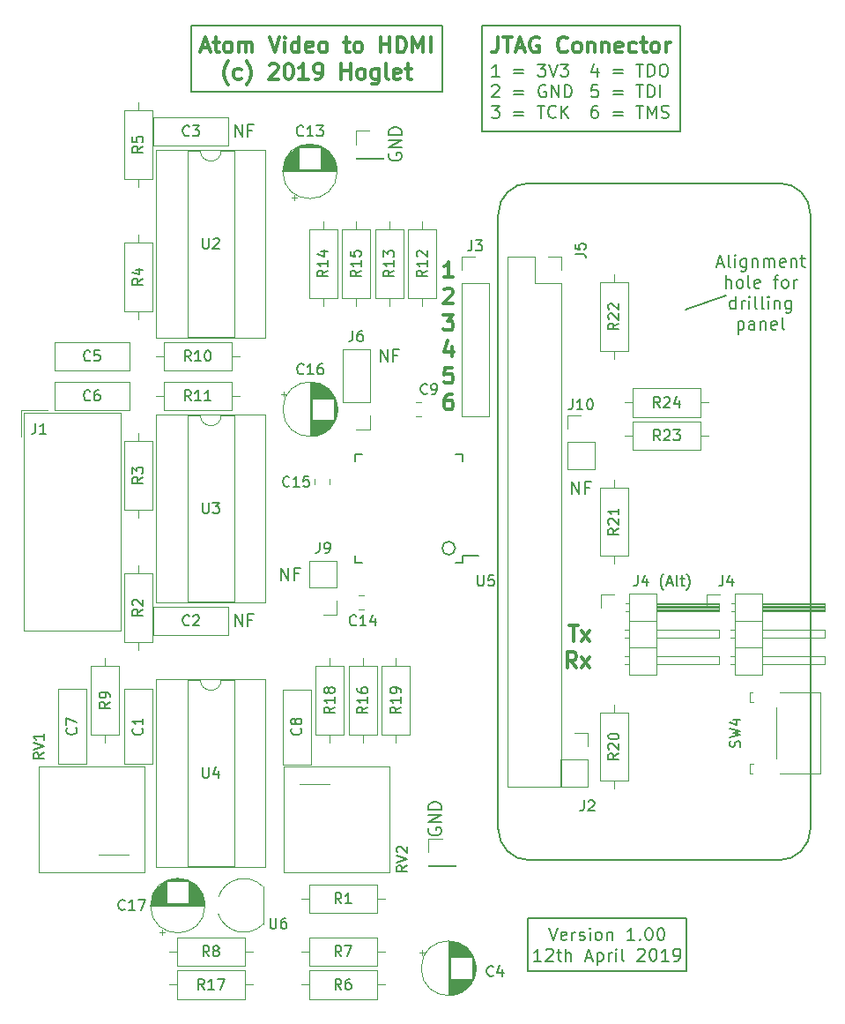
<source format=gto>
G04 #@! TF.GenerationSoftware,KiCad,Pcbnew,5.0.2-bee76a0~70~ubuntu16.04.1*
G04 #@! TF.CreationDate,2019-04-12T16:07:59+01:00*
G04 #@! TF.ProjectId,rgb-to-hdmi,7267622d-746f-42d6-9864-6d692e6b6963,rev?*
G04 #@! TF.SameCoordinates,PX8712db8PY8b83550*
G04 #@! TF.FileFunction,Legend,Top*
G04 #@! TF.FilePolarity,Positive*
%FSLAX46Y46*%
G04 Gerber Fmt 4.6, Leading zero omitted, Abs format (unit mm)*
G04 Created by KiCad (PCBNEW 5.0.2-bee76a0~70~ubuntu16.04.1) date Fri 12 Apr 2019 16:07:59 BST*
%MOMM*%
%LPD*%
G01*
G04 APERTURE LIST*
%ADD10C,0.200000*%
%ADD11C,0.150000*%
%ADD12C,0.300000*%
%ADD13C,0.120000*%
G04 APERTURE END LIST*
D10*
X63978000Y68820000D02*
X67915000Y70217000D01*
X67045571Y73271000D02*
X67617000Y73271000D01*
X66931285Y72928143D02*
X67331285Y74128143D01*
X67731285Y72928143D01*
X68302714Y72928143D02*
X68188428Y72985286D01*
X68131285Y73099572D01*
X68131285Y74128143D01*
X68759857Y72928143D02*
X68759857Y73728143D01*
X68759857Y74128143D02*
X68702714Y74071000D01*
X68759857Y74013858D01*
X68817000Y74071000D01*
X68759857Y74128143D01*
X68759857Y74013858D01*
X69845571Y73728143D02*
X69845571Y72756715D01*
X69788428Y72642429D01*
X69731285Y72585286D01*
X69617000Y72528143D01*
X69445571Y72528143D01*
X69331285Y72585286D01*
X69845571Y72985286D02*
X69731285Y72928143D01*
X69502714Y72928143D01*
X69388428Y72985286D01*
X69331285Y73042429D01*
X69274142Y73156715D01*
X69274142Y73499572D01*
X69331285Y73613858D01*
X69388428Y73671000D01*
X69502714Y73728143D01*
X69731285Y73728143D01*
X69845571Y73671000D01*
X70417000Y73728143D02*
X70417000Y72928143D01*
X70417000Y73613858D02*
X70474142Y73671000D01*
X70588428Y73728143D01*
X70759857Y73728143D01*
X70874142Y73671000D01*
X70931285Y73556715D01*
X70931285Y72928143D01*
X71502714Y72928143D02*
X71502714Y73728143D01*
X71502714Y73613858D02*
X71559857Y73671000D01*
X71674142Y73728143D01*
X71845571Y73728143D01*
X71959857Y73671000D01*
X72017000Y73556715D01*
X72017000Y72928143D01*
X72017000Y73556715D02*
X72074142Y73671000D01*
X72188428Y73728143D01*
X72359857Y73728143D01*
X72474142Y73671000D01*
X72531285Y73556715D01*
X72531285Y72928143D01*
X73559857Y72985286D02*
X73445571Y72928143D01*
X73217000Y72928143D01*
X73102714Y72985286D01*
X73045571Y73099572D01*
X73045571Y73556715D01*
X73102714Y73671000D01*
X73217000Y73728143D01*
X73445571Y73728143D01*
X73559857Y73671000D01*
X73617000Y73556715D01*
X73617000Y73442429D01*
X73045571Y73328143D01*
X74131285Y73728143D02*
X74131285Y72928143D01*
X74131285Y73613858D02*
X74188428Y73671000D01*
X74302714Y73728143D01*
X74474142Y73728143D01*
X74588428Y73671000D01*
X74645571Y73556715D01*
X74645571Y72928143D01*
X75045571Y73728143D02*
X75502714Y73728143D01*
X75217000Y74128143D02*
X75217000Y73099572D01*
X75274142Y72985286D01*
X75388428Y72928143D01*
X75502714Y72928143D01*
X67874142Y70928143D02*
X67874142Y72128143D01*
X68388428Y70928143D02*
X68388428Y71556715D01*
X68331285Y71671000D01*
X68217000Y71728143D01*
X68045571Y71728143D01*
X67931285Y71671000D01*
X67874142Y71613858D01*
X69131285Y70928143D02*
X69017000Y70985286D01*
X68959857Y71042429D01*
X68902714Y71156715D01*
X68902714Y71499572D01*
X68959857Y71613858D01*
X69017000Y71671000D01*
X69131285Y71728143D01*
X69302714Y71728143D01*
X69417000Y71671000D01*
X69474142Y71613858D01*
X69531285Y71499572D01*
X69531285Y71156715D01*
X69474142Y71042429D01*
X69417000Y70985286D01*
X69302714Y70928143D01*
X69131285Y70928143D01*
X70217000Y70928143D02*
X70102714Y70985286D01*
X70045571Y71099572D01*
X70045571Y72128143D01*
X71131285Y70985286D02*
X71017000Y70928143D01*
X70788428Y70928143D01*
X70674142Y70985286D01*
X70617000Y71099572D01*
X70617000Y71556715D01*
X70674142Y71671000D01*
X70788428Y71728143D01*
X71017000Y71728143D01*
X71131285Y71671000D01*
X71188428Y71556715D01*
X71188428Y71442429D01*
X70617000Y71328143D01*
X72445571Y71728143D02*
X72902714Y71728143D01*
X72617000Y70928143D02*
X72617000Y71956715D01*
X72674142Y72071000D01*
X72788428Y72128143D01*
X72902714Y72128143D01*
X73474142Y70928143D02*
X73359857Y70985286D01*
X73302714Y71042429D01*
X73245571Y71156715D01*
X73245571Y71499572D01*
X73302714Y71613858D01*
X73359857Y71671000D01*
X73474142Y71728143D01*
X73645571Y71728143D01*
X73759857Y71671000D01*
X73817000Y71613858D01*
X73874142Y71499572D01*
X73874142Y71156715D01*
X73817000Y71042429D01*
X73759857Y70985286D01*
X73645571Y70928143D01*
X73474142Y70928143D01*
X74388428Y70928143D02*
X74388428Y71728143D01*
X74388428Y71499572D02*
X74445571Y71613858D01*
X74502714Y71671000D01*
X74617000Y71728143D01*
X74731285Y71728143D01*
X68817000Y68928143D02*
X68817000Y70128143D01*
X68817000Y68985286D02*
X68702714Y68928143D01*
X68474142Y68928143D01*
X68359857Y68985286D01*
X68302714Y69042429D01*
X68245571Y69156715D01*
X68245571Y69499572D01*
X68302714Y69613858D01*
X68359857Y69671000D01*
X68474142Y69728143D01*
X68702714Y69728143D01*
X68817000Y69671000D01*
X69388428Y68928143D02*
X69388428Y69728143D01*
X69388428Y69499572D02*
X69445571Y69613858D01*
X69502714Y69671000D01*
X69617000Y69728143D01*
X69731285Y69728143D01*
X70131285Y68928143D02*
X70131285Y69728143D01*
X70131285Y70128143D02*
X70074142Y70071000D01*
X70131285Y70013858D01*
X70188428Y70071000D01*
X70131285Y70128143D01*
X70131285Y70013858D01*
X70874142Y68928143D02*
X70759857Y68985286D01*
X70702714Y69099572D01*
X70702714Y70128143D01*
X71502714Y68928143D02*
X71388428Y68985286D01*
X71331285Y69099572D01*
X71331285Y70128143D01*
X71959857Y68928143D02*
X71959857Y69728143D01*
X71959857Y70128143D02*
X71902714Y70071000D01*
X71959857Y70013858D01*
X72017000Y70071000D01*
X71959857Y70128143D01*
X71959857Y70013858D01*
X72531285Y69728143D02*
X72531285Y68928143D01*
X72531285Y69613858D02*
X72588428Y69671000D01*
X72702714Y69728143D01*
X72874142Y69728143D01*
X72988428Y69671000D01*
X73045571Y69556715D01*
X73045571Y68928143D01*
X74131285Y69728143D02*
X74131285Y68756715D01*
X74074142Y68642429D01*
X74017000Y68585286D01*
X73902714Y68528143D01*
X73731285Y68528143D01*
X73617000Y68585286D01*
X74131285Y68985286D02*
X74017000Y68928143D01*
X73788428Y68928143D01*
X73674142Y68985286D01*
X73617000Y69042429D01*
X73559857Y69156715D01*
X73559857Y69499572D01*
X73617000Y69613858D01*
X73674142Y69671000D01*
X73788428Y69728143D01*
X74017000Y69728143D01*
X74131285Y69671000D01*
X69045571Y67728143D02*
X69045571Y66528143D01*
X69045571Y67671000D02*
X69159857Y67728143D01*
X69388428Y67728143D01*
X69502714Y67671000D01*
X69559857Y67613858D01*
X69617000Y67499572D01*
X69617000Y67156715D01*
X69559857Y67042429D01*
X69502714Y66985286D01*
X69388428Y66928143D01*
X69159857Y66928143D01*
X69045571Y66985286D01*
X70645571Y66928143D02*
X70645571Y67556715D01*
X70588428Y67671000D01*
X70474142Y67728143D01*
X70245571Y67728143D01*
X70131285Y67671000D01*
X70645571Y66985286D02*
X70531285Y66928143D01*
X70245571Y66928143D01*
X70131285Y66985286D01*
X70074142Y67099572D01*
X70074142Y67213858D01*
X70131285Y67328143D01*
X70245571Y67385286D01*
X70531285Y67385286D01*
X70645571Y67442429D01*
X71217000Y67728143D02*
X71217000Y66928143D01*
X71217000Y67613858D02*
X71274142Y67671000D01*
X71388428Y67728143D01*
X71559857Y67728143D01*
X71674142Y67671000D01*
X71731285Y67556715D01*
X71731285Y66928143D01*
X72759857Y66985286D02*
X72645571Y66928143D01*
X72417000Y66928143D01*
X72302714Y66985286D01*
X72245571Y67099572D01*
X72245571Y67556715D01*
X72302714Y67671000D01*
X72417000Y67728143D01*
X72645571Y67728143D01*
X72759857Y67671000D01*
X72817000Y67556715D01*
X72817000Y67442429D01*
X72245571Y67328143D01*
X73502714Y66928143D02*
X73388428Y66985286D01*
X73331285Y67099572D01*
X73331285Y68128143D01*
D11*
X59404404Y43332620D02*
X59404404Y42618334D01*
X59356785Y42475477D01*
X59261547Y42380239D01*
X59118690Y42332620D01*
X59023452Y42332620D01*
X60309166Y42999286D02*
X60309166Y42332620D01*
X60071071Y43380239D02*
X59832976Y42665953D01*
X60452023Y42665953D01*
X61880595Y41951667D02*
X61832976Y41999286D01*
X61737738Y42142143D01*
X61690119Y42237381D01*
X61642500Y42380239D01*
X61594880Y42618334D01*
X61594880Y42808810D01*
X61642500Y43046905D01*
X61690119Y43189762D01*
X61737738Y43285000D01*
X61832976Y43427858D01*
X61880595Y43475477D01*
X62213928Y42618334D02*
X62690119Y42618334D01*
X62118690Y42332620D02*
X62452023Y43332620D01*
X62785357Y42332620D01*
X63261547Y42332620D02*
X63166309Y42380239D01*
X63118690Y42475477D01*
X63118690Y43332620D01*
X63499642Y42999286D02*
X63880595Y42999286D01*
X63642499Y43332620D02*
X63642499Y42475477D01*
X63690119Y42380239D01*
X63785357Y42332620D01*
X63880595Y42332620D01*
X64118690Y41951667D02*
X64166309Y41999286D01*
X64261547Y42142143D01*
X64309166Y42237381D01*
X64356785Y42380239D01*
X64404404Y42618334D01*
X64404404Y42808810D01*
X64356785Y43046905D01*
X64309166Y43189762D01*
X64261547Y43285000D01*
X64166309Y43427858D01*
X64118690Y43475477D01*
D10*
X48865000Y5320000D02*
X48865000Y10400000D01*
X64105000Y5320000D02*
X48865000Y5320000D01*
X64105000Y10400000D02*
X64105000Y5320000D01*
X48865000Y10400000D02*
X64105000Y10400000D01*
X50885000Y9517143D02*
X51285000Y8317143D01*
X51685000Y9517143D01*
X52542142Y8374286D02*
X52427857Y8317143D01*
X52199285Y8317143D01*
X52085000Y8374286D01*
X52027857Y8488572D01*
X52027857Y8945715D01*
X52085000Y9060000D01*
X52199285Y9117143D01*
X52427857Y9117143D01*
X52542142Y9060000D01*
X52599285Y8945715D01*
X52599285Y8831429D01*
X52027857Y8717143D01*
X53113571Y8317143D02*
X53113571Y9117143D01*
X53113571Y8888572D02*
X53170714Y9002858D01*
X53227857Y9060000D01*
X53342142Y9117143D01*
X53456428Y9117143D01*
X53799285Y8374286D02*
X53913571Y8317143D01*
X54142142Y8317143D01*
X54256428Y8374286D01*
X54313571Y8488572D01*
X54313571Y8545715D01*
X54256428Y8660000D01*
X54142142Y8717143D01*
X53970714Y8717143D01*
X53856428Y8774286D01*
X53799285Y8888572D01*
X53799285Y8945715D01*
X53856428Y9060000D01*
X53970714Y9117143D01*
X54142142Y9117143D01*
X54256428Y9060000D01*
X54827857Y8317143D02*
X54827857Y9117143D01*
X54827857Y9517143D02*
X54770714Y9460000D01*
X54827857Y9402858D01*
X54885000Y9460000D01*
X54827857Y9517143D01*
X54827857Y9402858D01*
X55570714Y8317143D02*
X55456428Y8374286D01*
X55399285Y8431429D01*
X55342142Y8545715D01*
X55342142Y8888572D01*
X55399285Y9002858D01*
X55456428Y9060000D01*
X55570714Y9117143D01*
X55742142Y9117143D01*
X55856428Y9060000D01*
X55913571Y9002858D01*
X55970714Y8888572D01*
X55970714Y8545715D01*
X55913571Y8431429D01*
X55856428Y8374286D01*
X55742142Y8317143D01*
X55570714Y8317143D01*
X56485000Y9117143D02*
X56485000Y8317143D01*
X56485000Y9002858D02*
X56542142Y9060000D01*
X56656428Y9117143D01*
X56827857Y9117143D01*
X56942142Y9060000D01*
X56999285Y8945715D01*
X56999285Y8317143D01*
X59113571Y8317143D02*
X58427857Y8317143D01*
X58770714Y8317143D02*
X58770714Y9517143D01*
X58656428Y9345715D01*
X58542142Y9231429D01*
X58427857Y9174286D01*
X59627857Y8431429D02*
X59685000Y8374286D01*
X59627857Y8317143D01*
X59570714Y8374286D01*
X59627857Y8431429D01*
X59627857Y8317143D01*
X60427857Y9517143D02*
X60542142Y9517143D01*
X60656428Y9460000D01*
X60713571Y9402858D01*
X60770714Y9288572D01*
X60827857Y9060000D01*
X60827857Y8774286D01*
X60770714Y8545715D01*
X60713571Y8431429D01*
X60656428Y8374286D01*
X60542142Y8317143D01*
X60427857Y8317143D01*
X60313571Y8374286D01*
X60256428Y8431429D01*
X60199285Y8545715D01*
X60142142Y8774286D01*
X60142142Y9060000D01*
X60199285Y9288572D01*
X60256428Y9402858D01*
X60313571Y9460000D01*
X60427857Y9517143D01*
X61570714Y9517143D02*
X61685000Y9517143D01*
X61799285Y9460000D01*
X61856428Y9402858D01*
X61913571Y9288572D01*
X61970714Y9060000D01*
X61970714Y8774286D01*
X61913571Y8545715D01*
X61856428Y8431429D01*
X61799285Y8374286D01*
X61685000Y8317143D01*
X61570714Y8317143D01*
X61456428Y8374286D01*
X61399285Y8431429D01*
X61342142Y8545715D01*
X61285000Y8774286D01*
X61285000Y9060000D01*
X61342142Y9288572D01*
X61399285Y9402858D01*
X61456428Y9460000D01*
X61570714Y9517143D01*
X50142142Y6317143D02*
X49456428Y6317143D01*
X49799285Y6317143D02*
X49799285Y7517143D01*
X49685000Y7345715D01*
X49570714Y7231429D01*
X49456428Y7174286D01*
X50599285Y7402858D02*
X50656428Y7460000D01*
X50770714Y7517143D01*
X51056428Y7517143D01*
X51170714Y7460000D01*
X51227857Y7402858D01*
X51285000Y7288572D01*
X51285000Y7174286D01*
X51227857Y7002858D01*
X50542142Y6317143D01*
X51285000Y6317143D01*
X51627857Y7117143D02*
X52085000Y7117143D01*
X51799285Y7517143D02*
X51799285Y6488572D01*
X51856428Y6374286D01*
X51970714Y6317143D01*
X52085000Y6317143D01*
X52485000Y6317143D02*
X52485000Y7517143D01*
X52999285Y6317143D02*
X52999285Y6945715D01*
X52942142Y7060000D01*
X52827857Y7117143D01*
X52656428Y7117143D01*
X52542142Y7060000D01*
X52485000Y7002858D01*
X54427857Y6660000D02*
X54999285Y6660000D01*
X54313571Y6317143D02*
X54713571Y7517143D01*
X55113571Y6317143D01*
X55513571Y7117143D02*
X55513571Y5917143D01*
X55513571Y7060000D02*
X55627857Y7117143D01*
X55856428Y7117143D01*
X55970714Y7060000D01*
X56027857Y7002858D01*
X56085000Y6888572D01*
X56085000Y6545715D01*
X56027857Y6431429D01*
X55970714Y6374286D01*
X55856428Y6317143D01*
X55627857Y6317143D01*
X55513571Y6374286D01*
X56599285Y6317143D02*
X56599285Y7117143D01*
X56599285Y6888572D02*
X56656428Y7002858D01*
X56713571Y7060000D01*
X56827857Y7117143D01*
X56942142Y7117143D01*
X57342142Y6317143D02*
X57342142Y7117143D01*
X57342142Y7517143D02*
X57285000Y7460000D01*
X57342142Y7402858D01*
X57399285Y7460000D01*
X57342142Y7517143D01*
X57342142Y7402858D01*
X58085000Y6317143D02*
X57970714Y6374286D01*
X57913571Y6488572D01*
X57913571Y7517143D01*
X59399285Y7402858D02*
X59456428Y7460000D01*
X59570714Y7517143D01*
X59856428Y7517143D01*
X59970714Y7460000D01*
X60027857Y7402858D01*
X60085000Y7288572D01*
X60085000Y7174286D01*
X60027857Y7002858D01*
X59342142Y6317143D01*
X60085000Y6317143D01*
X60827857Y7517143D02*
X60942142Y7517143D01*
X61056428Y7460000D01*
X61113571Y7402858D01*
X61170714Y7288572D01*
X61227857Y7060000D01*
X61227857Y6774286D01*
X61170714Y6545715D01*
X61113571Y6431429D01*
X61056428Y6374286D01*
X60942142Y6317143D01*
X60827857Y6317143D01*
X60713571Y6374286D01*
X60656428Y6431429D01*
X60599285Y6545715D01*
X60542142Y6774286D01*
X60542142Y7060000D01*
X60599285Y7288572D01*
X60656428Y7402858D01*
X60713571Y7460000D01*
X60827857Y7517143D01*
X62370714Y6317143D02*
X61685000Y6317143D01*
X62027857Y6317143D02*
X62027857Y7517143D01*
X61913571Y7345715D01*
X61799285Y7231429D01*
X61685000Y7174286D01*
X62942142Y6317143D02*
X63170714Y6317143D01*
X63285000Y6374286D01*
X63342142Y6431429D01*
X63456428Y6602858D01*
X63513571Y6831429D01*
X63513571Y7288572D01*
X63456428Y7402858D01*
X63399285Y7460000D01*
X63285000Y7517143D01*
X63056428Y7517143D01*
X62942142Y7460000D01*
X62885000Y7402858D01*
X62827857Y7288572D01*
X62827857Y7002858D01*
X62885000Y6888572D01*
X62942142Y6831429D01*
X63056428Y6774286D01*
X63285000Y6774286D01*
X63399285Y6831429D01*
X63456428Y6888572D01*
X63513571Y7002858D01*
X20705714Y85422143D02*
X20705714Y86622143D01*
X21391428Y85422143D01*
X21391428Y86622143D01*
X22362857Y86050715D02*
X21962857Y86050715D01*
X21962857Y85422143D02*
X21962857Y86622143D01*
X22534285Y86622143D01*
X35565000Y83834286D02*
X35507857Y83720000D01*
X35507857Y83548572D01*
X35565000Y83377143D01*
X35679285Y83262858D01*
X35793571Y83205715D01*
X36022142Y83148572D01*
X36193571Y83148572D01*
X36422142Y83205715D01*
X36536428Y83262858D01*
X36650714Y83377143D01*
X36707857Y83548572D01*
X36707857Y83662858D01*
X36650714Y83834286D01*
X36593571Y83891429D01*
X36193571Y83891429D01*
X36193571Y83662858D01*
X36707857Y84405715D02*
X35507857Y84405715D01*
X36707857Y85091429D01*
X35507857Y85091429D01*
X36707857Y85662858D02*
X35507857Y85662858D01*
X35507857Y85948572D01*
X35565000Y86120000D01*
X35679285Y86234286D01*
X35793571Y86291429D01*
X36022142Y86348572D01*
X36193571Y86348572D01*
X36422142Y86291429D01*
X36536428Y86234286D01*
X36650714Y86120000D01*
X36707857Y85948572D01*
X36707857Y85662858D01*
X39375000Y19064286D02*
X39317857Y18950000D01*
X39317857Y18778572D01*
X39375000Y18607143D01*
X39489285Y18492858D01*
X39603571Y18435715D01*
X39832142Y18378572D01*
X40003571Y18378572D01*
X40232142Y18435715D01*
X40346428Y18492858D01*
X40460714Y18607143D01*
X40517857Y18778572D01*
X40517857Y18892858D01*
X40460714Y19064286D01*
X40403571Y19121429D01*
X40003571Y19121429D01*
X40003571Y18892858D01*
X40517857Y19635715D02*
X39317857Y19635715D01*
X40517857Y20321429D01*
X39317857Y20321429D01*
X40517857Y20892858D02*
X39317857Y20892858D01*
X39317857Y21178572D01*
X39375000Y21350000D01*
X39489285Y21464286D01*
X39603571Y21521429D01*
X39832142Y21578572D01*
X40003571Y21578572D01*
X40232142Y21521429D01*
X40346428Y21464286D01*
X40460714Y21350000D01*
X40517857Y21178572D01*
X40517857Y20892858D01*
X25150714Y42877143D02*
X25150714Y44077143D01*
X25836428Y42877143D01*
X25836428Y44077143D01*
X26807857Y43505715D02*
X26407857Y43505715D01*
X26407857Y42877143D02*
X26407857Y44077143D01*
X26979285Y44077143D01*
X20705714Y38432143D02*
X20705714Y39632143D01*
X21391428Y38432143D01*
X21391428Y39632143D01*
X22362857Y39060715D02*
X21962857Y39060715D01*
X21962857Y38432143D02*
X21962857Y39632143D01*
X22534285Y39632143D01*
X53090714Y51132143D02*
X53090714Y52332143D01*
X53776428Y51132143D01*
X53776428Y52332143D01*
X54747857Y51760715D02*
X54347857Y51760715D01*
X54347857Y51132143D02*
X54347857Y52332143D01*
X54919285Y52332143D01*
X34675714Y63832143D02*
X34675714Y65032143D01*
X35361428Y63832143D01*
X35361428Y65032143D01*
X36332857Y64460715D02*
X35932857Y64460715D01*
X35932857Y63832143D02*
X35932857Y65032143D01*
X36504285Y65032143D01*
X63470000Y96125000D02*
X44420000Y96125000D01*
X63470000Y85965000D02*
X63470000Y96125000D01*
X44420000Y85965000D02*
X63470000Y85965000D01*
X44420000Y96125000D02*
X44420000Y85965000D01*
X16480000Y89775000D02*
X16480000Y96125000D01*
X40610000Y89775000D02*
X16480000Y89775000D01*
X40610000Y96125000D02*
X40610000Y89775000D01*
X16480000Y96125000D02*
X40610000Y96125000D01*
X55510000Y92032143D02*
X55510000Y91232143D01*
X55224285Y92489286D02*
X54938571Y91632143D01*
X55681428Y91632143D01*
X57052857Y91860715D02*
X57967142Y91860715D01*
X57967142Y91517858D02*
X57052857Y91517858D01*
X59281428Y92432143D02*
X59967142Y92432143D01*
X59624285Y91232143D02*
X59624285Y92432143D01*
X60367142Y91232143D02*
X60367142Y92432143D01*
X60652857Y92432143D01*
X60824285Y92375000D01*
X60938571Y92260715D01*
X60995714Y92146429D01*
X61052857Y91917858D01*
X61052857Y91746429D01*
X60995714Y91517858D01*
X60938571Y91403572D01*
X60824285Y91289286D01*
X60652857Y91232143D01*
X60367142Y91232143D01*
X61795714Y92432143D02*
X62024285Y92432143D01*
X62138571Y92375000D01*
X62252857Y92260715D01*
X62310000Y92032143D01*
X62310000Y91632143D01*
X62252857Y91403572D01*
X62138571Y91289286D01*
X62024285Y91232143D01*
X61795714Y91232143D01*
X61681428Y91289286D01*
X61567142Y91403572D01*
X61510000Y91632143D01*
X61510000Y92032143D01*
X61567142Y92260715D01*
X61681428Y92375000D01*
X61795714Y92432143D01*
X55567142Y90432143D02*
X54995714Y90432143D01*
X54938571Y89860715D01*
X54995714Y89917858D01*
X55110000Y89975000D01*
X55395714Y89975000D01*
X55510000Y89917858D01*
X55567142Y89860715D01*
X55624285Y89746429D01*
X55624285Y89460715D01*
X55567142Y89346429D01*
X55510000Y89289286D01*
X55395714Y89232143D01*
X55110000Y89232143D01*
X54995714Y89289286D01*
X54938571Y89346429D01*
X57052857Y89860715D02*
X57967142Y89860715D01*
X57967142Y89517858D02*
X57052857Y89517858D01*
X59281428Y90432143D02*
X59967142Y90432143D01*
X59624285Y89232143D02*
X59624285Y90432143D01*
X60367142Y89232143D02*
X60367142Y90432143D01*
X60652857Y90432143D01*
X60824285Y90375000D01*
X60938571Y90260715D01*
X60995714Y90146429D01*
X61052857Y89917858D01*
X61052857Y89746429D01*
X60995714Y89517858D01*
X60938571Y89403572D01*
X60824285Y89289286D01*
X60652857Y89232143D01*
X60367142Y89232143D01*
X61567142Y89232143D02*
X61567142Y90432143D01*
X55510000Y88432143D02*
X55281428Y88432143D01*
X55167142Y88375000D01*
X55110000Y88317858D01*
X54995714Y88146429D01*
X54938571Y87917858D01*
X54938571Y87460715D01*
X54995714Y87346429D01*
X55052857Y87289286D01*
X55167142Y87232143D01*
X55395714Y87232143D01*
X55510000Y87289286D01*
X55567142Y87346429D01*
X55624285Y87460715D01*
X55624285Y87746429D01*
X55567142Y87860715D01*
X55510000Y87917858D01*
X55395714Y87975000D01*
X55167142Y87975000D01*
X55052857Y87917858D01*
X54995714Y87860715D01*
X54938571Y87746429D01*
X57052857Y87860715D02*
X57967142Y87860715D01*
X57967142Y87517858D02*
X57052857Y87517858D01*
X59281428Y88432143D02*
X59967142Y88432143D01*
X59624285Y87232143D02*
X59624285Y88432143D01*
X60367142Y87232143D02*
X60367142Y88432143D01*
X60767142Y87575000D01*
X61167142Y88432143D01*
X61167142Y87232143D01*
X61681428Y87289286D02*
X61852857Y87232143D01*
X62138571Y87232143D01*
X62252857Y87289286D01*
X62310000Y87346429D01*
X62367142Y87460715D01*
X62367142Y87575000D01*
X62310000Y87689286D01*
X62252857Y87746429D01*
X62138571Y87803572D01*
X61910000Y87860715D01*
X61795714Y87917858D01*
X61738571Y87975000D01*
X61681428Y88089286D01*
X61681428Y88203572D01*
X61738571Y88317858D01*
X61795714Y88375000D01*
X61910000Y88432143D01*
X62195714Y88432143D01*
X62367142Y88375000D01*
X46099285Y91232143D02*
X45413571Y91232143D01*
X45756428Y91232143D02*
X45756428Y92432143D01*
X45642142Y92260715D01*
X45527857Y92146429D01*
X45413571Y92089286D01*
X47527857Y91860715D02*
X48442142Y91860715D01*
X48442142Y91517858D02*
X47527857Y91517858D01*
X49813571Y92432143D02*
X50556428Y92432143D01*
X50156428Y91975000D01*
X50327857Y91975000D01*
X50442142Y91917858D01*
X50499285Y91860715D01*
X50556428Y91746429D01*
X50556428Y91460715D01*
X50499285Y91346429D01*
X50442142Y91289286D01*
X50327857Y91232143D01*
X49985000Y91232143D01*
X49870714Y91289286D01*
X49813571Y91346429D01*
X50899285Y92432143D02*
X51299285Y91232143D01*
X51699285Y92432143D01*
X51985000Y92432143D02*
X52727857Y92432143D01*
X52327857Y91975000D01*
X52499285Y91975000D01*
X52613571Y91917858D01*
X52670714Y91860715D01*
X52727857Y91746429D01*
X52727857Y91460715D01*
X52670714Y91346429D01*
X52613571Y91289286D01*
X52499285Y91232143D01*
X52156428Y91232143D01*
X52042142Y91289286D01*
X51985000Y91346429D01*
X45413571Y90317858D02*
X45470714Y90375000D01*
X45585000Y90432143D01*
X45870714Y90432143D01*
X45985000Y90375000D01*
X46042142Y90317858D01*
X46099285Y90203572D01*
X46099285Y90089286D01*
X46042142Y89917858D01*
X45356428Y89232143D01*
X46099285Y89232143D01*
X47527857Y89860715D02*
X48442142Y89860715D01*
X48442142Y89517858D02*
X47527857Y89517858D01*
X50556428Y90375000D02*
X50442142Y90432143D01*
X50270714Y90432143D01*
X50099285Y90375000D01*
X49985000Y90260715D01*
X49927857Y90146429D01*
X49870714Y89917858D01*
X49870714Y89746429D01*
X49927857Y89517858D01*
X49985000Y89403572D01*
X50099285Y89289286D01*
X50270714Y89232143D01*
X50385000Y89232143D01*
X50556428Y89289286D01*
X50613571Y89346429D01*
X50613571Y89746429D01*
X50385000Y89746429D01*
X51127857Y89232143D02*
X51127857Y90432143D01*
X51813571Y89232143D01*
X51813571Y90432143D01*
X52385000Y89232143D02*
X52385000Y90432143D01*
X52670714Y90432143D01*
X52842142Y90375000D01*
X52956428Y90260715D01*
X53013571Y90146429D01*
X53070714Y89917858D01*
X53070714Y89746429D01*
X53013571Y89517858D01*
X52956428Y89403572D01*
X52842142Y89289286D01*
X52670714Y89232143D01*
X52385000Y89232143D01*
X45356428Y88432143D02*
X46099285Y88432143D01*
X45699285Y87975000D01*
X45870714Y87975000D01*
X45985000Y87917858D01*
X46042142Y87860715D01*
X46099285Y87746429D01*
X46099285Y87460715D01*
X46042142Y87346429D01*
X45985000Y87289286D01*
X45870714Y87232143D01*
X45527857Y87232143D01*
X45413571Y87289286D01*
X45356428Y87346429D01*
X47527857Y87860715D02*
X48442142Y87860715D01*
X48442142Y87517858D02*
X47527857Y87517858D01*
X49756428Y88432143D02*
X50442142Y88432143D01*
X50099285Y87232143D02*
X50099285Y88432143D01*
X51527857Y87346429D02*
X51470714Y87289286D01*
X51299285Y87232143D01*
X51185000Y87232143D01*
X51013571Y87289286D01*
X50899285Y87403572D01*
X50842142Y87517858D01*
X50785000Y87746429D01*
X50785000Y87917858D01*
X50842142Y88146429D01*
X50899285Y88260715D01*
X51013571Y88375000D01*
X51185000Y88432143D01*
X51299285Y88432143D01*
X51470714Y88375000D01*
X51527857Y88317858D01*
X52042142Y87232143D02*
X52042142Y88432143D01*
X52727857Y87232143D02*
X52213571Y87917858D01*
X52727857Y88432143D02*
X52042142Y87746429D01*
D12*
X17509285Y93975000D02*
X18223571Y93975000D01*
X17366428Y93546429D02*
X17866428Y95046429D01*
X18366428Y93546429D01*
X18652142Y94546429D02*
X19223571Y94546429D01*
X18866428Y95046429D02*
X18866428Y93760715D01*
X18937857Y93617858D01*
X19080714Y93546429D01*
X19223571Y93546429D01*
X19937857Y93546429D02*
X19795000Y93617858D01*
X19723571Y93689286D01*
X19652142Y93832143D01*
X19652142Y94260715D01*
X19723571Y94403572D01*
X19795000Y94475000D01*
X19937857Y94546429D01*
X20152142Y94546429D01*
X20295000Y94475000D01*
X20366428Y94403572D01*
X20437857Y94260715D01*
X20437857Y93832143D01*
X20366428Y93689286D01*
X20295000Y93617858D01*
X20152142Y93546429D01*
X19937857Y93546429D01*
X21080714Y93546429D02*
X21080714Y94546429D01*
X21080714Y94403572D02*
X21152142Y94475000D01*
X21295000Y94546429D01*
X21509285Y94546429D01*
X21652142Y94475000D01*
X21723571Y94332143D01*
X21723571Y93546429D01*
X21723571Y94332143D02*
X21795000Y94475000D01*
X21937857Y94546429D01*
X22152142Y94546429D01*
X22295000Y94475000D01*
X22366428Y94332143D01*
X22366428Y93546429D01*
X24009285Y95046429D02*
X24509285Y93546429D01*
X25009285Y95046429D01*
X25509285Y93546429D02*
X25509285Y94546429D01*
X25509285Y95046429D02*
X25437857Y94975000D01*
X25509285Y94903572D01*
X25580714Y94975000D01*
X25509285Y95046429D01*
X25509285Y94903572D01*
X26866428Y93546429D02*
X26866428Y95046429D01*
X26866428Y93617858D02*
X26723571Y93546429D01*
X26437857Y93546429D01*
X26295000Y93617858D01*
X26223571Y93689286D01*
X26152142Y93832143D01*
X26152142Y94260715D01*
X26223571Y94403572D01*
X26295000Y94475000D01*
X26437857Y94546429D01*
X26723571Y94546429D01*
X26866428Y94475000D01*
X28152142Y93617858D02*
X28009285Y93546429D01*
X27723571Y93546429D01*
X27580714Y93617858D01*
X27509285Y93760715D01*
X27509285Y94332143D01*
X27580714Y94475000D01*
X27723571Y94546429D01*
X28009285Y94546429D01*
X28152142Y94475000D01*
X28223571Y94332143D01*
X28223571Y94189286D01*
X27509285Y94046429D01*
X29080714Y93546429D02*
X28937857Y93617858D01*
X28866428Y93689286D01*
X28795000Y93832143D01*
X28795000Y94260715D01*
X28866428Y94403572D01*
X28937857Y94475000D01*
X29080714Y94546429D01*
X29295000Y94546429D01*
X29437857Y94475000D01*
X29509285Y94403572D01*
X29580714Y94260715D01*
X29580714Y93832143D01*
X29509285Y93689286D01*
X29437857Y93617858D01*
X29295000Y93546429D01*
X29080714Y93546429D01*
X31152142Y94546429D02*
X31723571Y94546429D01*
X31366428Y95046429D02*
X31366428Y93760715D01*
X31437857Y93617858D01*
X31580714Y93546429D01*
X31723571Y93546429D01*
X32437857Y93546429D02*
X32295000Y93617858D01*
X32223571Y93689286D01*
X32152142Y93832143D01*
X32152142Y94260715D01*
X32223571Y94403572D01*
X32295000Y94475000D01*
X32437857Y94546429D01*
X32652142Y94546429D01*
X32795000Y94475000D01*
X32866428Y94403572D01*
X32937857Y94260715D01*
X32937857Y93832143D01*
X32866428Y93689286D01*
X32795000Y93617858D01*
X32652142Y93546429D01*
X32437857Y93546429D01*
X34723571Y93546429D02*
X34723571Y95046429D01*
X34723571Y94332143D02*
X35580714Y94332143D01*
X35580714Y93546429D02*
X35580714Y95046429D01*
X36295000Y93546429D02*
X36295000Y95046429D01*
X36652142Y95046429D01*
X36866428Y94975000D01*
X37009285Y94832143D01*
X37080714Y94689286D01*
X37152142Y94403572D01*
X37152142Y94189286D01*
X37080714Y93903572D01*
X37009285Y93760715D01*
X36866428Y93617858D01*
X36652142Y93546429D01*
X36295000Y93546429D01*
X37795000Y93546429D02*
X37795000Y95046429D01*
X38295000Y93975000D01*
X38795000Y95046429D01*
X38795000Y93546429D01*
X39509285Y93546429D02*
X39509285Y95046429D01*
X20080714Y90425000D02*
X20009285Y90496429D01*
X19866428Y90710715D01*
X19795000Y90853572D01*
X19723571Y91067858D01*
X19652142Y91425000D01*
X19652142Y91710715D01*
X19723571Y92067858D01*
X19795000Y92282143D01*
X19866428Y92425000D01*
X20009285Y92639286D01*
X20080714Y92710715D01*
X21295000Y91067858D02*
X21152142Y90996429D01*
X20866428Y90996429D01*
X20723571Y91067858D01*
X20652142Y91139286D01*
X20580714Y91282143D01*
X20580714Y91710715D01*
X20652142Y91853572D01*
X20723571Y91925000D01*
X20866428Y91996429D01*
X21152142Y91996429D01*
X21295000Y91925000D01*
X21795000Y90425000D02*
X21866428Y90496429D01*
X22009285Y90710715D01*
X22080714Y90853572D01*
X22152142Y91067858D01*
X22223571Y91425000D01*
X22223571Y91710715D01*
X22152142Y92067858D01*
X22080714Y92282143D01*
X22009285Y92425000D01*
X21866428Y92639286D01*
X21795000Y92710715D01*
X24009285Y92353572D02*
X24080714Y92425000D01*
X24223571Y92496429D01*
X24580714Y92496429D01*
X24723571Y92425000D01*
X24795000Y92353572D01*
X24866428Y92210715D01*
X24866428Y92067858D01*
X24795000Y91853572D01*
X23937857Y90996429D01*
X24866428Y90996429D01*
X25795000Y92496429D02*
X25937857Y92496429D01*
X26080714Y92425000D01*
X26152142Y92353572D01*
X26223571Y92210715D01*
X26295000Y91925000D01*
X26295000Y91567858D01*
X26223571Y91282143D01*
X26152142Y91139286D01*
X26080714Y91067858D01*
X25937857Y90996429D01*
X25795000Y90996429D01*
X25652142Y91067858D01*
X25580714Y91139286D01*
X25509285Y91282143D01*
X25437857Y91567858D01*
X25437857Y91925000D01*
X25509285Y92210715D01*
X25580714Y92353572D01*
X25652142Y92425000D01*
X25795000Y92496429D01*
X27723571Y90996429D02*
X26866428Y90996429D01*
X27295000Y90996429D02*
X27295000Y92496429D01*
X27152142Y92282143D01*
X27009285Y92139286D01*
X26866428Y92067858D01*
X28437857Y90996429D02*
X28723571Y90996429D01*
X28866428Y91067858D01*
X28937857Y91139286D01*
X29080714Y91353572D01*
X29152142Y91639286D01*
X29152142Y92210715D01*
X29080714Y92353572D01*
X29009285Y92425000D01*
X28866428Y92496429D01*
X28580714Y92496429D01*
X28437857Y92425000D01*
X28366428Y92353572D01*
X28295000Y92210715D01*
X28295000Y91853572D01*
X28366428Y91710715D01*
X28437857Y91639286D01*
X28580714Y91567858D01*
X28866428Y91567858D01*
X29009285Y91639286D01*
X29080714Y91710715D01*
X29152142Y91853572D01*
X30937857Y90996429D02*
X30937857Y92496429D01*
X30937857Y91782143D02*
X31795000Y91782143D01*
X31795000Y90996429D02*
X31795000Y92496429D01*
X32723571Y90996429D02*
X32580714Y91067858D01*
X32509285Y91139286D01*
X32437857Y91282143D01*
X32437857Y91710715D01*
X32509285Y91853572D01*
X32580714Y91925000D01*
X32723571Y91996429D01*
X32937857Y91996429D01*
X33080714Y91925000D01*
X33152142Y91853572D01*
X33223571Y91710715D01*
X33223571Y91282143D01*
X33152142Y91139286D01*
X33080714Y91067858D01*
X32937857Y90996429D01*
X32723571Y90996429D01*
X34509285Y91996429D02*
X34509285Y90782143D01*
X34437857Y90639286D01*
X34366428Y90567858D01*
X34223571Y90496429D01*
X34009285Y90496429D01*
X33866428Y90567858D01*
X34509285Y91067858D02*
X34366428Y90996429D01*
X34080714Y90996429D01*
X33937857Y91067858D01*
X33866428Y91139286D01*
X33795000Y91282143D01*
X33795000Y91710715D01*
X33866428Y91853572D01*
X33937857Y91925000D01*
X34080714Y91996429D01*
X34366428Y91996429D01*
X34509285Y91925000D01*
X35437857Y90996429D02*
X35295000Y91067858D01*
X35223571Y91210715D01*
X35223571Y92496429D01*
X36580714Y91067858D02*
X36437857Y90996429D01*
X36152142Y90996429D01*
X36009285Y91067858D01*
X35937857Y91210715D01*
X35937857Y91782143D01*
X36009285Y91925000D01*
X36152142Y91996429D01*
X36437857Y91996429D01*
X36580714Y91925000D01*
X36652142Y91782143D01*
X36652142Y91639286D01*
X35937857Y91496429D01*
X37080714Y91996429D02*
X37652142Y91996429D01*
X37295000Y92496429D02*
X37295000Y91210715D01*
X37366428Y91067858D01*
X37509285Y90996429D01*
X37652142Y90996429D01*
X45980714Y95041429D02*
X45980714Y93970000D01*
X45909285Y93755715D01*
X45766428Y93612858D01*
X45552142Y93541429D01*
X45409285Y93541429D01*
X46480714Y95041429D02*
X47337857Y95041429D01*
X46909285Y93541429D02*
X46909285Y95041429D01*
X47766428Y93970000D02*
X48480714Y93970000D01*
X47623571Y93541429D02*
X48123571Y95041429D01*
X48623571Y93541429D01*
X49909285Y94970000D02*
X49766428Y95041429D01*
X49552142Y95041429D01*
X49337857Y94970000D01*
X49195000Y94827143D01*
X49123571Y94684286D01*
X49052142Y94398572D01*
X49052142Y94184286D01*
X49123571Y93898572D01*
X49195000Y93755715D01*
X49337857Y93612858D01*
X49552142Y93541429D01*
X49695000Y93541429D01*
X49909285Y93612858D01*
X49980714Y93684286D01*
X49980714Y94184286D01*
X49695000Y94184286D01*
X52623571Y93684286D02*
X52552142Y93612858D01*
X52337857Y93541429D01*
X52195000Y93541429D01*
X51980714Y93612858D01*
X51837857Y93755715D01*
X51766428Y93898572D01*
X51695000Y94184286D01*
X51695000Y94398572D01*
X51766428Y94684286D01*
X51837857Y94827143D01*
X51980714Y94970000D01*
X52195000Y95041429D01*
X52337857Y95041429D01*
X52552142Y94970000D01*
X52623571Y94898572D01*
X53480714Y93541429D02*
X53337857Y93612858D01*
X53266428Y93684286D01*
X53195000Y93827143D01*
X53195000Y94255715D01*
X53266428Y94398572D01*
X53337857Y94470000D01*
X53480714Y94541429D01*
X53695000Y94541429D01*
X53837857Y94470000D01*
X53909285Y94398572D01*
X53980714Y94255715D01*
X53980714Y93827143D01*
X53909285Y93684286D01*
X53837857Y93612858D01*
X53695000Y93541429D01*
X53480714Y93541429D01*
X54623571Y94541429D02*
X54623571Y93541429D01*
X54623571Y94398572D02*
X54695000Y94470000D01*
X54837857Y94541429D01*
X55052142Y94541429D01*
X55195000Y94470000D01*
X55266428Y94327143D01*
X55266428Y93541429D01*
X55980714Y94541429D02*
X55980714Y93541429D01*
X55980714Y94398572D02*
X56052142Y94470000D01*
X56195000Y94541429D01*
X56409285Y94541429D01*
X56552142Y94470000D01*
X56623571Y94327143D01*
X56623571Y93541429D01*
X57909285Y93612858D02*
X57766428Y93541429D01*
X57480714Y93541429D01*
X57337857Y93612858D01*
X57266428Y93755715D01*
X57266428Y94327143D01*
X57337857Y94470000D01*
X57480714Y94541429D01*
X57766428Y94541429D01*
X57909285Y94470000D01*
X57980714Y94327143D01*
X57980714Y94184286D01*
X57266428Y94041429D01*
X59266428Y93612858D02*
X59123571Y93541429D01*
X58837857Y93541429D01*
X58695000Y93612858D01*
X58623571Y93684286D01*
X58552142Y93827143D01*
X58552142Y94255715D01*
X58623571Y94398572D01*
X58695000Y94470000D01*
X58837857Y94541429D01*
X59123571Y94541429D01*
X59266428Y94470000D01*
X59695000Y94541429D02*
X60266428Y94541429D01*
X59909285Y95041429D02*
X59909285Y93755715D01*
X59980714Y93612858D01*
X60123571Y93541429D01*
X60266428Y93541429D01*
X60980714Y93541429D02*
X60837857Y93612858D01*
X60766428Y93684286D01*
X60695000Y93827143D01*
X60695000Y94255715D01*
X60766428Y94398572D01*
X60837857Y94470000D01*
X60980714Y94541429D01*
X61195000Y94541429D01*
X61337857Y94470000D01*
X61409285Y94398572D01*
X61480714Y94255715D01*
X61480714Y93827143D01*
X61409285Y93684286D01*
X61337857Y93612858D01*
X61195000Y93541429D01*
X60980714Y93541429D01*
X62123571Y93541429D02*
X62123571Y94541429D01*
X62123571Y94255715D02*
X62195000Y94398572D01*
X62266428Y94470000D01*
X62409285Y94541429D01*
X62552142Y94541429D01*
X41530714Y60751429D02*
X41245000Y60751429D01*
X41102142Y60680000D01*
X41030714Y60608572D01*
X40887857Y60394286D01*
X40816428Y60108572D01*
X40816428Y59537143D01*
X40887857Y59394286D01*
X40959285Y59322858D01*
X41102142Y59251429D01*
X41387857Y59251429D01*
X41530714Y59322858D01*
X41602142Y59394286D01*
X41673571Y59537143D01*
X41673571Y59894286D01*
X41602142Y60037143D01*
X41530714Y60108572D01*
X41387857Y60180000D01*
X41102142Y60180000D01*
X40959285Y60108572D01*
X40887857Y60037143D01*
X40816428Y59894286D01*
X41602142Y63291429D02*
X40887857Y63291429D01*
X40816428Y62577143D01*
X40887857Y62648572D01*
X41030714Y62720000D01*
X41387857Y62720000D01*
X41530714Y62648572D01*
X41602142Y62577143D01*
X41673571Y62434286D01*
X41673571Y62077143D01*
X41602142Y61934286D01*
X41530714Y61862858D01*
X41387857Y61791429D01*
X41030714Y61791429D01*
X40887857Y61862858D01*
X40816428Y61934286D01*
X41530714Y65331429D02*
X41530714Y64331429D01*
X41173571Y65902858D02*
X40816428Y64831429D01*
X41745000Y64831429D01*
X40745000Y68371429D02*
X41673571Y68371429D01*
X41173571Y67800000D01*
X41387857Y67800000D01*
X41530714Y67728572D01*
X41602142Y67657143D01*
X41673571Y67514286D01*
X41673571Y67157143D01*
X41602142Y67014286D01*
X41530714Y66942858D01*
X41387857Y66871429D01*
X40959285Y66871429D01*
X40816428Y66942858D01*
X40745000Y67014286D01*
X40816428Y70768572D02*
X40887857Y70840000D01*
X41030714Y70911429D01*
X41387857Y70911429D01*
X41530714Y70840000D01*
X41602142Y70768572D01*
X41673571Y70625715D01*
X41673571Y70482858D01*
X41602142Y70268572D01*
X40745000Y69411429D01*
X41673571Y69411429D01*
X41673571Y71951429D02*
X40816428Y71951429D01*
X41245000Y71951429D02*
X41245000Y73451429D01*
X41102142Y73237143D01*
X40959285Y73094286D01*
X40816428Y73022858D01*
D10*
X41880000Y45960000D02*
G75*
G03X41880000Y45960000I-635000J0D01*
G01*
D12*
X53520000Y34486429D02*
X53020000Y35200715D01*
X52662857Y34486429D02*
X52662857Y35986429D01*
X53234285Y35986429D01*
X53377142Y35915000D01*
X53448571Y35843572D01*
X53520000Y35700715D01*
X53520000Y35486429D01*
X53448571Y35343572D01*
X53377142Y35272143D01*
X53234285Y35200715D01*
X52662857Y35200715D01*
X54020000Y34486429D02*
X54805714Y35486429D01*
X54020000Y35486429D02*
X54805714Y34486429D01*
X52805714Y38526429D02*
X53662857Y38526429D01*
X53234285Y37026429D02*
X53234285Y38526429D01*
X54020000Y37026429D02*
X54805714Y38026429D01*
X54020000Y38026429D02*
X54805714Y37026429D01*
D10*
X76002200Y19008400D02*
G75*
G02X73002200Y16008400I-3000000J0D01*
G01*
X49002200Y16008400D02*
G75*
G02X46002200Y19008400I0J3000000D01*
G01*
X73002200Y81008400D02*
G75*
G02X76002200Y78008400I0J-3000000D01*
G01*
X46002200Y78008400D02*
G75*
G02X49002200Y81008400I3000000J0D01*
G01*
X76002200Y78008400D02*
X76002200Y19008400D01*
X46002200Y78008400D02*
X46002200Y19008400D01*
X49002200Y16008400D02*
X73002200Y16008400D01*
X49002200Y81008400D02*
X73002200Y81008400D01*
D13*
G04 #@! TO.C,J11*
X58560000Y41575000D02*
X58560000Y33835000D01*
X58560000Y33835000D02*
X61220000Y33835000D01*
X61220000Y33835000D02*
X61220000Y41575000D01*
X61220000Y41575000D02*
X58560000Y41575000D01*
X61220000Y40625000D02*
X67220000Y40625000D01*
X67220000Y40625000D02*
X67220000Y39865000D01*
X67220000Y39865000D02*
X61220000Y39865000D01*
X61220000Y40565000D02*
X67220000Y40565000D01*
X61220000Y40445000D02*
X67220000Y40445000D01*
X61220000Y40325000D02*
X67220000Y40325000D01*
X61220000Y40205000D02*
X67220000Y40205000D01*
X61220000Y40085000D02*
X67220000Y40085000D01*
X61220000Y39965000D02*
X67220000Y39965000D01*
X58230000Y40625000D02*
X58560000Y40625000D01*
X58230000Y39865000D02*
X58560000Y39865000D01*
X58560000Y38975000D02*
X61220000Y38975000D01*
X61220000Y38085000D02*
X67220000Y38085000D01*
X67220000Y38085000D02*
X67220000Y37325000D01*
X67220000Y37325000D02*
X61220000Y37325000D01*
X58162929Y38085000D02*
X58560000Y38085000D01*
X58162929Y37325000D02*
X58560000Y37325000D01*
X58560000Y36435000D02*
X61220000Y36435000D01*
X61220000Y35545000D02*
X67220000Y35545000D01*
X67220000Y35545000D02*
X67220000Y34785000D01*
X67220000Y34785000D02*
X61220000Y34785000D01*
X58162929Y35545000D02*
X58560000Y35545000D01*
X58162929Y34785000D02*
X58560000Y34785000D01*
X55850000Y40245000D02*
X55850000Y41515000D01*
X55850000Y41515000D02*
X57120000Y41515000D01*
G04 #@! TO.C,RV2*
X25370000Y14845000D02*
X25370000Y25005000D01*
X35530000Y14845000D02*
X35530000Y25005000D01*
X29800000Y23345000D02*
X26890000Y23345000D01*
X35530000Y25005000D02*
X25370000Y25005000D01*
X35530000Y14845000D02*
X25370000Y14845000D01*
G04 #@! TO.C,RV1*
X12035000Y25005000D02*
X12035000Y14845000D01*
X1875000Y25005000D02*
X1875000Y14845000D01*
X7605000Y16505000D02*
X10515000Y16505000D01*
X1875000Y14845000D02*
X12035000Y14845000D01*
X1875000Y25005000D02*
X12035000Y25005000D01*
G04 #@! TO.C,R14*
X29180000Y69225000D02*
X29180000Y69995000D01*
X29180000Y77305000D02*
X29180000Y76535000D01*
X30550000Y69995000D02*
X30550000Y76535000D01*
X27810000Y69995000D02*
X30550000Y69995000D01*
X27810000Y76535000D02*
X27810000Y69995000D01*
X30550000Y76535000D02*
X27810000Y76535000D01*
G04 #@! TO.C,SW4*
X70445000Y32086000D02*
X70145000Y32086000D01*
X70145000Y31196000D02*
X70495000Y31196000D01*
X70145000Y31196000D02*
X70145000Y32086000D01*
X72695000Y30706000D02*
X72695000Y25726000D01*
X76935000Y32086000D02*
X73085000Y32086000D01*
X76935000Y24346000D02*
X76935000Y32086000D01*
X73085000Y24346000D02*
X76935000Y24346000D01*
X70445000Y24346000D02*
X70145000Y24346000D01*
X70145000Y24346000D02*
X70145000Y25236000D01*
X70145000Y25236000D02*
X70495000Y25236000D01*
G04 #@! TO.C,J10*
X52615000Y58720000D02*
X53945000Y58720000D01*
X52615000Y57390000D02*
X52615000Y58720000D01*
X52615000Y56120000D02*
X55275000Y56120000D01*
X55275000Y56120000D02*
X55275000Y53520000D01*
X52615000Y56120000D02*
X52615000Y53520000D01*
X52615000Y53520000D02*
X55275000Y53520000D01*
G04 #@! TO.C,J9*
X30510000Y39550000D02*
X29180000Y39550000D01*
X30510000Y40880000D02*
X30510000Y39550000D01*
X30510000Y42150000D02*
X27850000Y42150000D01*
X27850000Y42150000D02*
X27850000Y44750000D01*
X30510000Y42150000D02*
X30510000Y44750000D01*
X30510000Y44750000D02*
X27850000Y44750000D01*
G04 #@! TO.C,J7*
X39280000Y18080000D02*
X40610000Y18080000D01*
X39280000Y16750000D02*
X39280000Y18080000D01*
X39280000Y15480000D02*
X41940000Y15480000D01*
X41940000Y15480000D02*
X41940000Y15420000D01*
X39280000Y15480000D02*
X39280000Y15420000D01*
X39280000Y15420000D02*
X41940000Y15420000D01*
G04 #@! TO.C,J8*
X32295000Y86025000D02*
X33625000Y86025000D01*
X32295000Y84695000D02*
X32295000Y86025000D01*
X32295000Y83425000D02*
X34955000Y83425000D01*
X34955000Y83425000D02*
X34955000Y83365000D01*
X32295000Y83425000D02*
X32295000Y83365000D01*
X32295000Y83365000D02*
X34955000Y83365000D01*
G04 #@! TO.C,J6*
X33685000Y57330000D02*
X32355000Y57330000D01*
X33685000Y58660000D02*
X33685000Y57330000D01*
X33685000Y59930000D02*
X31025000Y59930000D01*
X31025000Y59930000D02*
X31025000Y65070000D01*
X33685000Y59930000D02*
X33685000Y65070000D01*
X33685000Y65070000D02*
X31025000Y65070000D01*
G04 #@! TO.C,J4*
X66010000Y41515000D02*
X67280000Y41515000D01*
X66010000Y40245000D02*
X66010000Y41515000D01*
X68322929Y34785000D02*
X68720000Y34785000D01*
X68322929Y35545000D02*
X68720000Y35545000D01*
X77380000Y34785000D02*
X71380000Y34785000D01*
X77380000Y35545000D02*
X77380000Y34785000D01*
X71380000Y35545000D02*
X77380000Y35545000D01*
X68720000Y36435000D02*
X71380000Y36435000D01*
X68322929Y37325000D02*
X68720000Y37325000D01*
X68322929Y38085000D02*
X68720000Y38085000D01*
X77380000Y37325000D02*
X71380000Y37325000D01*
X77380000Y38085000D02*
X77380000Y37325000D01*
X71380000Y38085000D02*
X77380000Y38085000D01*
X68720000Y38975000D02*
X71380000Y38975000D01*
X68390000Y39865000D02*
X68720000Y39865000D01*
X68390000Y40625000D02*
X68720000Y40625000D01*
X71380000Y39965000D02*
X77380000Y39965000D01*
X71380000Y40085000D02*
X77380000Y40085000D01*
X71380000Y40205000D02*
X77380000Y40205000D01*
X71380000Y40325000D02*
X77380000Y40325000D01*
X71380000Y40445000D02*
X77380000Y40445000D01*
X71380000Y40565000D02*
X77380000Y40565000D01*
X77380000Y39865000D02*
X71380000Y39865000D01*
X77380000Y40625000D02*
X77380000Y39865000D01*
X71380000Y40625000D02*
X77380000Y40625000D01*
X71380000Y41575000D02*
X68720000Y41575000D01*
X71380000Y33835000D02*
X71380000Y41575000D01*
X68720000Y33835000D02*
X71380000Y33835000D01*
X68720000Y41575000D02*
X68720000Y33835000D01*
G04 #@! TO.C,R23*
X66240000Y56755000D02*
X65470000Y56755000D01*
X58160000Y56755000D02*
X58930000Y56755000D01*
X65470000Y58125000D02*
X58930000Y58125000D01*
X65470000Y55385000D02*
X65470000Y58125000D01*
X58930000Y55385000D02*
X65470000Y55385000D01*
X58930000Y58125000D02*
X58930000Y55385000D01*
G04 #@! TO.C,R24*
X58930000Y61300000D02*
X58930000Y58560000D01*
X58930000Y58560000D02*
X65470000Y58560000D01*
X65470000Y58560000D02*
X65470000Y61300000D01*
X65470000Y61300000D02*
X58930000Y61300000D01*
X58160000Y59930000D02*
X58930000Y59930000D01*
X66240000Y59930000D02*
X65470000Y59930000D01*
G04 #@! TO.C,J2*
X53310000Y28240000D02*
X54640000Y28240000D01*
X54640000Y28240000D02*
X54640000Y26910000D01*
X54640000Y25640000D02*
X54640000Y23040000D01*
X51980000Y23040000D02*
X54640000Y23040000D01*
X51980000Y25640000D02*
X51980000Y23040000D01*
X51980000Y25640000D02*
X54640000Y25640000D01*
G04 #@! TO.C,R19*
X36165000Y35395000D02*
X36165000Y34625000D01*
X36165000Y27315000D02*
X36165000Y28085000D01*
X34795000Y34625000D02*
X34795000Y28085000D01*
X37535000Y34625000D02*
X34795000Y34625000D01*
X37535000Y28085000D02*
X37535000Y34625000D01*
X34795000Y28085000D02*
X37535000Y28085000D01*
G04 #@! TO.C,J1*
X125000Y59180000D02*
X2665000Y59180000D01*
X125000Y59180000D02*
X125000Y56640000D01*
X375000Y58930000D02*
X9725000Y58930000D01*
X375000Y38070000D02*
X375000Y58930000D01*
X9725000Y38070000D02*
X375000Y38070000D01*
X9725000Y58930000D02*
X9725000Y38070000D01*
G04 #@! TO.C,R10*
X21155000Y64375000D02*
X20385000Y64375000D01*
X13075000Y64375000D02*
X13845000Y64375000D01*
X20385000Y65745000D02*
X13845000Y65745000D01*
X20385000Y63005000D02*
X20385000Y65745000D01*
X13845000Y63005000D02*
X20385000Y63005000D01*
X13845000Y65745000D02*
X13845000Y63005000D01*
G04 #@! TO.C,C3*
X20060000Y87335000D02*
X20060000Y84595000D01*
X12820000Y87335000D02*
X12820000Y84595000D01*
X12820000Y84595000D02*
X20060000Y84595000D01*
X12820000Y87335000D02*
X20060000Y87335000D01*
G04 #@! TO.C,R5*
X11400000Y88735000D02*
X11400000Y87965000D01*
X11400000Y80655000D02*
X11400000Y81425000D01*
X10030000Y87965000D02*
X10030000Y81425000D01*
X12770000Y87965000D02*
X10030000Y87965000D01*
X12770000Y81425000D02*
X12770000Y87965000D01*
X10030000Y81425000D02*
X12770000Y81425000D01*
D11*
G04 #@! TO.C,U5*
X42610000Y45195000D02*
X44085000Y45195000D01*
X32260000Y44595000D02*
X32930000Y44595000D01*
X32260000Y54945000D02*
X32930000Y54945000D01*
X42610000Y54945000D02*
X41940000Y54945000D01*
X42610000Y44595000D02*
X41940000Y44595000D01*
X42610000Y54945000D02*
X42610000Y54275000D01*
X32260000Y54945000D02*
X32260000Y54275000D01*
X32260000Y44595000D02*
X32260000Y45265000D01*
X42610000Y44595000D02*
X42610000Y45195000D01*
D13*
G04 #@! TO.C,C15*
X29763000Y52121248D02*
X29763000Y52643752D01*
X28343000Y52121248D02*
X28343000Y52643752D01*
G04 #@! TO.C,C14*
X33133252Y41463000D02*
X32610748Y41463000D01*
X33133252Y40043000D02*
X32610748Y40043000D01*
G04 #@! TO.C,C9*
X38576252Y60005000D02*
X38053748Y60005000D01*
X38576252Y58585000D02*
X38053748Y58585000D01*
G04 #@! TO.C,C17*
X13485000Y9095225D02*
X13985000Y9095225D01*
X13735000Y8845225D02*
X13735000Y9345225D01*
X14926000Y14251000D02*
X15494000Y14251000D01*
X14692000Y14211000D02*
X15728000Y14211000D01*
X14533000Y14171000D02*
X15887000Y14171000D01*
X14405000Y14131000D02*
X16015000Y14131000D01*
X14295000Y14091000D02*
X16125000Y14091000D01*
X14199000Y14051000D02*
X16221000Y14051000D01*
X14112000Y14011000D02*
X16308000Y14011000D01*
X14032000Y13971000D02*
X16388000Y13971000D01*
X16250000Y13931000D02*
X16461000Y13931000D01*
X13959000Y13931000D02*
X14170000Y13931000D01*
X16250000Y13891000D02*
X16529000Y13891000D01*
X13891000Y13891000D02*
X14170000Y13891000D01*
X16250000Y13851000D02*
X16593000Y13851000D01*
X13827000Y13851000D02*
X14170000Y13851000D01*
X16250000Y13811000D02*
X16653000Y13811000D01*
X13767000Y13811000D02*
X14170000Y13811000D01*
X16250000Y13771000D02*
X16710000Y13771000D01*
X13710000Y13771000D02*
X14170000Y13771000D01*
X16250000Y13731000D02*
X16764000Y13731000D01*
X13656000Y13731000D02*
X14170000Y13731000D01*
X16250000Y13691000D02*
X16815000Y13691000D01*
X13605000Y13691000D02*
X14170000Y13691000D01*
X16250000Y13651000D02*
X16863000Y13651000D01*
X13557000Y13651000D02*
X14170000Y13651000D01*
X16250000Y13611000D02*
X16909000Y13611000D01*
X13511000Y13611000D02*
X14170000Y13611000D01*
X16250000Y13571000D02*
X16953000Y13571000D01*
X13467000Y13571000D02*
X14170000Y13571000D01*
X16250000Y13531000D02*
X16995000Y13531000D01*
X13425000Y13531000D02*
X14170000Y13531000D01*
X16250000Y13491000D02*
X17036000Y13491000D01*
X13384000Y13491000D02*
X14170000Y13491000D01*
X16250000Y13451000D02*
X17074000Y13451000D01*
X13346000Y13451000D02*
X14170000Y13451000D01*
X16250000Y13411000D02*
X17111000Y13411000D01*
X13309000Y13411000D02*
X14170000Y13411000D01*
X16250000Y13371000D02*
X17147000Y13371000D01*
X13273000Y13371000D02*
X14170000Y13371000D01*
X16250000Y13331000D02*
X17181000Y13331000D01*
X13239000Y13331000D02*
X14170000Y13331000D01*
X16250000Y13291000D02*
X17214000Y13291000D01*
X13206000Y13291000D02*
X14170000Y13291000D01*
X16250000Y13251000D02*
X17245000Y13251000D01*
X13175000Y13251000D02*
X14170000Y13251000D01*
X16250000Y13211000D02*
X17275000Y13211000D01*
X13145000Y13211000D02*
X14170000Y13211000D01*
X16250000Y13171000D02*
X17305000Y13171000D01*
X13115000Y13171000D02*
X14170000Y13171000D01*
X16250000Y13131000D02*
X17332000Y13131000D01*
X13088000Y13131000D02*
X14170000Y13131000D01*
X16250000Y13091000D02*
X17359000Y13091000D01*
X13061000Y13091000D02*
X14170000Y13091000D01*
X16250000Y13051000D02*
X17385000Y13051000D01*
X13035000Y13051000D02*
X14170000Y13051000D01*
X16250000Y13011000D02*
X17410000Y13011000D01*
X13010000Y13011000D02*
X14170000Y13011000D01*
X16250000Y12971000D02*
X17434000Y12971000D01*
X12986000Y12971000D02*
X14170000Y12971000D01*
X16250000Y12931000D02*
X17457000Y12931000D01*
X12963000Y12931000D02*
X14170000Y12931000D01*
X16250000Y12891000D02*
X17478000Y12891000D01*
X12942000Y12891000D02*
X14170000Y12891000D01*
X16250000Y12851000D02*
X17500000Y12851000D01*
X12920000Y12851000D02*
X14170000Y12851000D01*
X16250000Y12811000D02*
X17520000Y12811000D01*
X12900000Y12811000D02*
X14170000Y12811000D01*
X16250000Y12771000D02*
X17539000Y12771000D01*
X12881000Y12771000D02*
X14170000Y12771000D01*
X16250000Y12731000D02*
X17558000Y12731000D01*
X12862000Y12731000D02*
X14170000Y12731000D01*
X16250000Y12691000D02*
X17575000Y12691000D01*
X12845000Y12691000D02*
X14170000Y12691000D01*
X16250000Y12651000D02*
X17592000Y12651000D01*
X12828000Y12651000D02*
X14170000Y12651000D01*
X16250000Y12611000D02*
X17608000Y12611000D01*
X12812000Y12611000D02*
X14170000Y12611000D01*
X16250000Y12571000D02*
X17624000Y12571000D01*
X12796000Y12571000D02*
X14170000Y12571000D01*
X16250000Y12531000D02*
X17638000Y12531000D01*
X12782000Y12531000D02*
X14170000Y12531000D01*
X16250000Y12491000D02*
X17652000Y12491000D01*
X12768000Y12491000D02*
X14170000Y12491000D01*
X16250000Y12451000D02*
X17665000Y12451000D01*
X12755000Y12451000D02*
X14170000Y12451000D01*
X16250000Y12411000D02*
X17678000Y12411000D01*
X12742000Y12411000D02*
X14170000Y12411000D01*
X16250000Y12371000D02*
X17690000Y12371000D01*
X12730000Y12371000D02*
X14170000Y12371000D01*
X16250000Y12330000D02*
X17701000Y12330000D01*
X12719000Y12330000D02*
X14170000Y12330000D01*
X16250000Y12290000D02*
X17711000Y12290000D01*
X12709000Y12290000D02*
X14170000Y12290000D01*
X16250000Y12250000D02*
X17721000Y12250000D01*
X12699000Y12250000D02*
X14170000Y12250000D01*
X16250000Y12210000D02*
X17730000Y12210000D01*
X12690000Y12210000D02*
X14170000Y12210000D01*
X16250000Y12170000D02*
X17738000Y12170000D01*
X12682000Y12170000D02*
X14170000Y12170000D01*
X16250000Y12130000D02*
X17746000Y12130000D01*
X12674000Y12130000D02*
X14170000Y12130000D01*
X16250000Y12090000D02*
X17753000Y12090000D01*
X12667000Y12090000D02*
X14170000Y12090000D01*
X16250000Y12050000D02*
X17760000Y12050000D01*
X12660000Y12050000D02*
X14170000Y12050000D01*
X16250000Y12010000D02*
X17766000Y12010000D01*
X12654000Y12010000D02*
X14170000Y12010000D01*
X16250000Y11970000D02*
X17771000Y11970000D01*
X12649000Y11970000D02*
X14170000Y11970000D01*
X16250000Y11930000D02*
X17775000Y11930000D01*
X12645000Y11930000D02*
X14170000Y11930000D01*
X16250000Y11890000D02*
X17779000Y11890000D01*
X12641000Y11890000D02*
X14170000Y11890000D01*
X12637000Y11850000D02*
X17783000Y11850000D01*
X12634000Y11810000D02*
X17786000Y11810000D01*
X12632000Y11770000D02*
X17788000Y11770000D01*
X12631000Y11730000D02*
X17789000Y11730000D01*
X12630000Y11690000D02*
X17790000Y11690000D01*
X12630000Y11650000D02*
X17790000Y11650000D01*
X17830000Y11650000D02*
G75*
G03X17830000Y11650000I-2620000J0D01*
G01*
G04 #@! TO.C,U6*
X23387684Y13478445D02*
G75*
G03X19110000Y12450000I-1827684J-1808445D01*
G01*
X23401741Y9858125D02*
G75*
G02X19110000Y10850000I-1841741J1811875D01*
G01*
X23410000Y9870000D02*
X23410000Y13470000D01*
G04 #@! TO.C,C16*
X25375225Y61020000D02*
X25375225Y60520000D01*
X25125225Y60770000D02*
X25625225Y60770000D01*
X30531000Y59579000D02*
X30531000Y59011000D01*
X30491000Y59813000D02*
X30491000Y58777000D01*
X30451000Y59972000D02*
X30451000Y58618000D01*
X30411000Y60100000D02*
X30411000Y58490000D01*
X30371000Y60210000D02*
X30371000Y58380000D01*
X30331000Y60306000D02*
X30331000Y58284000D01*
X30291000Y60393000D02*
X30291000Y58197000D01*
X30251000Y60473000D02*
X30251000Y58117000D01*
X30211000Y58255000D02*
X30211000Y58044000D01*
X30211000Y60546000D02*
X30211000Y60335000D01*
X30171000Y58255000D02*
X30171000Y57976000D01*
X30171000Y60614000D02*
X30171000Y60335000D01*
X30131000Y58255000D02*
X30131000Y57912000D01*
X30131000Y60678000D02*
X30131000Y60335000D01*
X30091000Y58255000D02*
X30091000Y57852000D01*
X30091000Y60738000D02*
X30091000Y60335000D01*
X30051000Y58255000D02*
X30051000Y57795000D01*
X30051000Y60795000D02*
X30051000Y60335000D01*
X30011000Y58255000D02*
X30011000Y57741000D01*
X30011000Y60849000D02*
X30011000Y60335000D01*
X29971000Y58255000D02*
X29971000Y57690000D01*
X29971000Y60900000D02*
X29971000Y60335000D01*
X29931000Y58255000D02*
X29931000Y57642000D01*
X29931000Y60948000D02*
X29931000Y60335000D01*
X29891000Y58255000D02*
X29891000Y57596000D01*
X29891000Y60994000D02*
X29891000Y60335000D01*
X29851000Y58255000D02*
X29851000Y57552000D01*
X29851000Y61038000D02*
X29851000Y60335000D01*
X29811000Y58255000D02*
X29811000Y57510000D01*
X29811000Y61080000D02*
X29811000Y60335000D01*
X29771000Y58255000D02*
X29771000Y57469000D01*
X29771000Y61121000D02*
X29771000Y60335000D01*
X29731000Y58255000D02*
X29731000Y57431000D01*
X29731000Y61159000D02*
X29731000Y60335000D01*
X29691000Y58255000D02*
X29691000Y57394000D01*
X29691000Y61196000D02*
X29691000Y60335000D01*
X29651000Y58255000D02*
X29651000Y57358000D01*
X29651000Y61232000D02*
X29651000Y60335000D01*
X29611000Y58255000D02*
X29611000Y57324000D01*
X29611000Y61266000D02*
X29611000Y60335000D01*
X29571000Y58255000D02*
X29571000Y57291000D01*
X29571000Y61299000D02*
X29571000Y60335000D01*
X29531000Y58255000D02*
X29531000Y57260000D01*
X29531000Y61330000D02*
X29531000Y60335000D01*
X29491000Y58255000D02*
X29491000Y57230000D01*
X29491000Y61360000D02*
X29491000Y60335000D01*
X29451000Y58255000D02*
X29451000Y57200000D01*
X29451000Y61390000D02*
X29451000Y60335000D01*
X29411000Y58255000D02*
X29411000Y57173000D01*
X29411000Y61417000D02*
X29411000Y60335000D01*
X29371000Y58255000D02*
X29371000Y57146000D01*
X29371000Y61444000D02*
X29371000Y60335000D01*
X29331000Y58255000D02*
X29331000Y57120000D01*
X29331000Y61470000D02*
X29331000Y60335000D01*
X29291000Y58255000D02*
X29291000Y57095000D01*
X29291000Y61495000D02*
X29291000Y60335000D01*
X29251000Y58255000D02*
X29251000Y57071000D01*
X29251000Y61519000D02*
X29251000Y60335000D01*
X29211000Y58255000D02*
X29211000Y57048000D01*
X29211000Y61542000D02*
X29211000Y60335000D01*
X29171000Y58255000D02*
X29171000Y57027000D01*
X29171000Y61563000D02*
X29171000Y60335000D01*
X29131000Y58255000D02*
X29131000Y57005000D01*
X29131000Y61585000D02*
X29131000Y60335000D01*
X29091000Y58255000D02*
X29091000Y56985000D01*
X29091000Y61605000D02*
X29091000Y60335000D01*
X29051000Y58255000D02*
X29051000Y56966000D01*
X29051000Y61624000D02*
X29051000Y60335000D01*
X29011000Y58255000D02*
X29011000Y56947000D01*
X29011000Y61643000D02*
X29011000Y60335000D01*
X28971000Y58255000D02*
X28971000Y56930000D01*
X28971000Y61660000D02*
X28971000Y60335000D01*
X28931000Y58255000D02*
X28931000Y56913000D01*
X28931000Y61677000D02*
X28931000Y60335000D01*
X28891000Y58255000D02*
X28891000Y56897000D01*
X28891000Y61693000D02*
X28891000Y60335000D01*
X28851000Y58255000D02*
X28851000Y56881000D01*
X28851000Y61709000D02*
X28851000Y60335000D01*
X28811000Y58255000D02*
X28811000Y56867000D01*
X28811000Y61723000D02*
X28811000Y60335000D01*
X28771000Y58255000D02*
X28771000Y56853000D01*
X28771000Y61737000D02*
X28771000Y60335000D01*
X28731000Y58255000D02*
X28731000Y56840000D01*
X28731000Y61750000D02*
X28731000Y60335000D01*
X28691000Y58255000D02*
X28691000Y56827000D01*
X28691000Y61763000D02*
X28691000Y60335000D01*
X28651000Y58255000D02*
X28651000Y56815000D01*
X28651000Y61775000D02*
X28651000Y60335000D01*
X28610000Y58255000D02*
X28610000Y56804000D01*
X28610000Y61786000D02*
X28610000Y60335000D01*
X28570000Y58255000D02*
X28570000Y56794000D01*
X28570000Y61796000D02*
X28570000Y60335000D01*
X28530000Y58255000D02*
X28530000Y56784000D01*
X28530000Y61806000D02*
X28530000Y60335000D01*
X28490000Y58255000D02*
X28490000Y56775000D01*
X28490000Y61815000D02*
X28490000Y60335000D01*
X28450000Y58255000D02*
X28450000Y56767000D01*
X28450000Y61823000D02*
X28450000Y60335000D01*
X28410000Y58255000D02*
X28410000Y56759000D01*
X28410000Y61831000D02*
X28410000Y60335000D01*
X28370000Y58255000D02*
X28370000Y56752000D01*
X28370000Y61838000D02*
X28370000Y60335000D01*
X28330000Y58255000D02*
X28330000Y56745000D01*
X28330000Y61845000D02*
X28330000Y60335000D01*
X28290000Y58255000D02*
X28290000Y56739000D01*
X28290000Y61851000D02*
X28290000Y60335000D01*
X28250000Y58255000D02*
X28250000Y56734000D01*
X28250000Y61856000D02*
X28250000Y60335000D01*
X28210000Y58255000D02*
X28210000Y56730000D01*
X28210000Y61860000D02*
X28210000Y60335000D01*
X28170000Y58255000D02*
X28170000Y56726000D01*
X28170000Y61864000D02*
X28170000Y60335000D01*
X28130000Y61868000D02*
X28130000Y56722000D01*
X28090000Y61871000D02*
X28090000Y56719000D01*
X28050000Y61873000D02*
X28050000Y56717000D01*
X28010000Y61874000D02*
X28010000Y56716000D01*
X27970000Y61875000D02*
X27970000Y56715000D01*
X27930000Y61875000D02*
X27930000Y56715000D01*
X30550000Y59295000D02*
G75*
G03X30550000Y59295000I-2620000J0D01*
G01*
G04 #@! TO.C,C13*
X26185000Y79580225D02*
X26685000Y79580225D01*
X26435000Y79330225D02*
X26435000Y79830225D01*
X27626000Y84736000D02*
X28194000Y84736000D01*
X27392000Y84696000D02*
X28428000Y84696000D01*
X27233000Y84656000D02*
X28587000Y84656000D01*
X27105000Y84616000D02*
X28715000Y84616000D01*
X26995000Y84576000D02*
X28825000Y84576000D01*
X26899000Y84536000D02*
X28921000Y84536000D01*
X26812000Y84496000D02*
X29008000Y84496000D01*
X26732000Y84456000D02*
X29088000Y84456000D01*
X28950000Y84416000D02*
X29161000Y84416000D01*
X26659000Y84416000D02*
X26870000Y84416000D01*
X28950000Y84376000D02*
X29229000Y84376000D01*
X26591000Y84376000D02*
X26870000Y84376000D01*
X28950000Y84336000D02*
X29293000Y84336000D01*
X26527000Y84336000D02*
X26870000Y84336000D01*
X28950000Y84296000D02*
X29353000Y84296000D01*
X26467000Y84296000D02*
X26870000Y84296000D01*
X28950000Y84256000D02*
X29410000Y84256000D01*
X26410000Y84256000D02*
X26870000Y84256000D01*
X28950000Y84216000D02*
X29464000Y84216000D01*
X26356000Y84216000D02*
X26870000Y84216000D01*
X28950000Y84176000D02*
X29515000Y84176000D01*
X26305000Y84176000D02*
X26870000Y84176000D01*
X28950000Y84136000D02*
X29563000Y84136000D01*
X26257000Y84136000D02*
X26870000Y84136000D01*
X28950000Y84096000D02*
X29609000Y84096000D01*
X26211000Y84096000D02*
X26870000Y84096000D01*
X28950000Y84056000D02*
X29653000Y84056000D01*
X26167000Y84056000D02*
X26870000Y84056000D01*
X28950000Y84016000D02*
X29695000Y84016000D01*
X26125000Y84016000D02*
X26870000Y84016000D01*
X28950000Y83976000D02*
X29736000Y83976000D01*
X26084000Y83976000D02*
X26870000Y83976000D01*
X28950000Y83936000D02*
X29774000Y83936000D01*
X26046000Y83936000D02*
X26870000Y83936000D01*
X28950000Y83896000D02*
X29811000Y83896000D01*
X26009000Y83896000D02*
X26870000Y83896000D01*
X28950000Y83856000D02*
X29847000Y83856000D01*
X25973000Y83856000D02*
X26870000Y83856000D01*
X28950000Y83816000D02*
X29881000Y83816000D01*
X25939000Y83816000D02*
X26870000Y83816000D01*
X28950000Y83776000D02*
X29914000Y83776000D01*
X25906000Y83776000D02*
X26870000Y83776000D01*
X28950000Y83736000D02*
X29945000Y83736000D01*
X25875000Y83736000D02*
X26870000Y83736000D01*
X28950000Y83696000D02*
X29975000Y83696000D01*
X25845000Y83696000D02*
X26870000Y83696000D01*
X28950000Y83656000D02*
X30005000Y83656000D01*
X25815000Y83656000D02*
X26870000Y83656000D01*
X28950000Y83616000D02*
X30032000Y83616000D01*
X25788000Y83616000D02*
X26870000Y83616000D01*
X28950000Y83576000D02*
X30059000Y83576000D01*
X25761000Y83576000D02*
X26870000Y83576000D01*
X28950000Y83536000D02*
X30085000Y83536000D01*
X25735000Y83536000D02*
X26870000Y83536000D01*
X28950000Y83496000D02*
X30110000Y83496000D01*
X25710000Y83496000D02*
X26870000Y83496000D01*
X28950000Y83456000D02*
X30134000Y83456000D01*
X25686000Y83456000D02*
X26870000Y83456000D01*
X28950000Y83416000D02*
X30157000Y83416000D01*
X25663000Y83416000D02*
X26870000Y83416000D01*
X28950000Y83376000D02*
X30178000Y83376000D01*
X25642000Y83376000D02*
X26870000Y83376000D01*
X28950000Y83336000D02*
X30200000Y83336000D01*
X25620000Y83336000D02*
X26870000Y83336000D01*
X28950000Y83296000D02*
X30220000Y83296000D01*
X25600000Y83296000D02*
X26870000Y83296000D01*
X28950000Y83256000D02*
X30239000Y83256000D01*
X25581000Y83256000D02*
X26870000Y83256000D01*
X28950000Y83216000D02*
X30258000Y83216000D01*
X25562000Y83216000D02*
X26870000Y83216000D01*
X28950000Y83176000D02*
X30275000Y83176000D01*
X25545000Y83176000D02*
X26870000Y83176000D01*
X28950000Y83136000D02*
X30292000Y83136000D01*
X25528000Y83136000D02*
X26870000Y83136000D01*
X28950000Y83096000D02*
X30308000Y83096000D01*
X25512000Y83096000D02*
X26870000Y83096000D01*
X28950000Y83056000D02*
X30324000Y83056000D01*
X25496000Y83056000D02*
X26870000Y83056000D01*
X28950000Y83016000D02*
X30338000Y83016000D01*
X25482000Y83016000D02*
X26870000Y83016000D01*
X28950000Y82976000D02*
X30352000Y82976000D01*
X25468000Y82976000D02*
X26870000Y82976000D01*
X28950000Y82936000D02*
X30365000Y82936000D01*
X25455000Y82936000D02*
X26870000Y82936000D01*
X28950000Y82896000D02*
X30378000Y82896000D01*
X25442000Y82896000D02*
X26870000Y82896000D01*
X28950000Y82856000D02*
X30390000Y82856000D01*
X25430000Y82856000D02*
X26870000Y82856000D01*
X28950000Y82815000D02*
X30401000Y82815000D01*
X25419000Y82815000D02*
X26870000Y82815000D01*
X28950000Y82775000D02*
X30411000Y82775000D01*
X25409000Y82775000D02*
X26870000Y82775000D01*
X28950000Y82735000D02*
X30421000Y82735000D01*
X25399000Y82735000D02*
X26870000Y82735000D01*
X28950000Y82695000D02*
X30430000Y82695000D01*
X25390000Y82695000D02*
X26870000Y82695000D01*
X28950000Y82655000D02*
X30438000Y82655000D01*
X25382000Y82655000D02*
X26870000Y82655000D01*
X28950000Y82615000D02*
X30446000Y82615000D01*
X25374000Y82615000D02*
X26870000Y82615000D01*
X28950000Y82575000D02*
X30453000Y82575000D01*
X25367000Y82575000D02*
X26870000Y82575000D01*
X28950000Y82535000D02*
X30460000Y82535000D01*
X25360000Y82535000D02*
X26870000Y82535000D01*
X28950000Y82495000D02*
X30466000Y82495000D01*
X25354000Y82495000D02*
X26870000Y82495000D01*
X28950000Y82455000D02*
X30471000Y82455000D01*
X25349000Y82455000D02*
X26870000Y82455000D01*
X28950000Y82415000D02*
X30475000Y82415000D01*
X25345000Y82415000D02*
X26870000Y82415000D01*
X28950000Y82375000D02*
X30479000Y82375000D01*
X25341000Y82375000D02*
X26870000Y82375000D01*
X25337000Y82335000D02*
X30483000Y82335000D01*
X25334000Y82295000D02*
X30486000Y82295000D01*
X25332000Y82255000D02*
X30488000Y82255000D01*
X25331000Y82215000D02*
X30489000Y82215000D01*
X25330000Y82175000D02*
X30490000Y82175000D01*
X25330000Y82135000D02*
X30490000Y82135000D01*
X30530000Y82135000D02*
G75*
G03X30530000Y82135000I-2620000J0D01*
G01*
G04 #@! TO.C,C4*
X38670225Y7362500D02*
X38670225Y6862500D01*
X38420225Y7112500D02*
X38920225Y7112500D01*
X43826000Y5921500D02*
X43826000Y5353500D01*
X43786000Y6155500D02*
X43786000Y5119500D01*
X43746000Y6314500D02*
X43746000Y4960500D01*
X43706000Y6442500D02*
X43706000Y4832500D01*
X43666000Y6552500D02*
X43666000Y4722500D01*
X43626000Y6648500D02*
X43626000Y4626500D01*
X43586000Y6735500D02*
X43586000Y4539500D01*
X43546000Y6815500D02*
X43546000Y4459500D01*
X43506000Y4597500D02*
X43506000Y4386500D01*
X43506000Y6888500D02*
X43506000Y6677500D01*
X43466000Y4597500D02*
X43466000Y4318500D01*
X43466000Y6956500D02*
X43466000Y6677500D01*
X43426000Y4597500D02*
X43426000Y4254500D01*
X43426000Y7020500D02*
X43426000Y6677500D01*
X43386000Y4597500D02*
X43386000Y4194500D01*
X43386000Y7080500D02*
X43386000Y6677500D01*
X43346000Y4597500D02*
X43346000Y4137500D01*
X43346000Y7137500D02*
X43346000Y6677500D01*
X43306000Y4597500D02*
X43306000Y4083500D01*
X43306000Y7191500D02*
X43306000Y6677500D01*
X43266000Y4597500D02*
X43266000Y4032500D01*
X43266000Y7242500D02*
X43266000Y6677500D01*
X43226000Y4597500D02*
X43226000Y3984500D01*
X43226000Y7290500D02*
X43226000Y6677500D01*
X43186000Y4597500D02*
X43186000Y3938500D01*
X43186000Y7336500D02*
X43186000Y6677500D01*
X43146000Y4597500D02*
X43146000Y3894500D01*
X43146000Y7380500D02*
X43146000Y6677500D01*
X43106000Y4597500D02*
X43106000Y3852500D01*
X43106000Y7422500D02*
X43106000Y6677500D01*
X43066000Y4597500D02*
X43066000Y3811500D01*
X43066000Y7463500D02*
X43066000Y6677500D01*
X43026000Y4597500D02*
X43026000Y3773500D01*
X43026000Y7501500D02*
X43026000Y6677500D01*
X42986000Y4597500D02*
X42986000Y3736500D01*
X42986000Y7538500D02*
X42986000Y6677500D01*
X42946000Y4597500D02*
X42946000Y3700500D01*
X42946000Y7574500D02*
X42946000Y6677500D01*
X42906000Y4597500D02*
X42906000Y3666500D01*
X42906000Y7608500D02*
X42906000Y6677500D01*
X42866000Y4597500D02*
X42866000Y3633500D01*
X42866000Y7641500D02*
X42866000Y6677500D01*
X42826000Y4597500D02*
X42826000Y3602500D01*
X42826000Y7672500D02*
X42826000Y6677500D01*
X42786000Y4597500D02*
X42786000Y3572500D01*
X42786000Y7702500D02*
X42786000Y6677500D01*
X42746000Y4597500D02*
X42746000Y3542500D01*
X42746000Y7732500D02*
X42746000Y6677500D01*
X42706000Y4597500D02*
X42706000Y3515500D01*
X42706000Y7759500D02*
X42706000Y6677500D01*
X42666000Y4597500D02*
X42666000Y3488500D01*
X42666000Y7786500D02*
X42666000Y6677500D01*
X42626000Y4597500D02*
X42626000Y3462500D01*
X42626000Y7812500D02*
X42626000Y6677500D01*
X42586000Y4597500D02*
X42586000Y3437500D01*
X42586000Y7837500D02*
X42586000Y6677500D01*
X42546000Y4597500D02*
X42546000Y3413500D01*
X42546000Y7861500D02*
X42546000Y6677500D01*
X42506000Y4597500D02*
X42506000Y3390500D01*
X42506000Y7884500D02*
X42506000Y6677500D01*
X42466000Y4597500D02*
X42466000Y3369500D01*
X42466000Y7905500D02*
X42466000Y6677500D01*
X42426000Y4597500D02*
X42426000Y3347500D01*
X42426000Y7927500D02*
X42426000Y6677500D01*
X42386000Y4597500D02*
X42386000Y3327500D01*
X42386000Y7947500D02*
X42386000Y6677500D01*
X42346000Y4597500D02*
X42346000Y3308500D01*
X42346000Y7966500D02*
X42346000Y6677500D01*
X42306000Y4597500D02*
X42306000Y3289500D01*
X42306000Y7985500D02*
X42306000Y6677500D01*
X42266000Y4597500D02*
X42266000Y3272500D01*
X42266000Y8002500D02*
X42266000Y6677500D01*
X42226000Y4597500D02*
X42226000Y3255500D01*
X42226000Y8019500D02*
X42226000Y6677500D01*
X42186000Y4597500D02*
X42186000Y3239500D01*
X42186000Y8035500D02*
X42186000Y6677500D01*
X42146000Y4597500D02*
X42146000Y3223500D01*
X42146000Y8051500D02*
X42146000Y6677500D01*
X42106000Y4597500D02*
X42106000Y3209500D01*
X42106000Y8065500D02*
X42106000Y6677500D01*
X42066000Y4597500D02*
X42066000Y3195500D01*
X42066000Y8079500D02*
X42066000Y6677500D01*
X42026000Y4597500D02*
X42026000Y3182500D01*
X42026000Y8092500D02*
X42026000Y6677500D01*
X41986000Y4597500D02*
X41986000Y3169500D01*
X41986000Y8105500D02*
X41986000Y6677500D01*
X41946000Y4597500D02*
X41946000Y3157500D01*
X41946000Y8117500D02*
X41946000Y6677500D01*
X41905000Y4597500D02*
X41905000Y3146500D01*
X41905000Y8128500D02*
X41905000Y6677500D01*
X41865000Y4597500D02*
X41865000Y3136500D01*
X41865000Y8138500D02*
X41865000Y6677500D01*
X41825000Y4597500D02*
X41825000Y3126500D01*
X41825000Y8148500D02*
X41825000Y6677500D01*
X41785000Y4597500D02*
X41785000Y3117500D01*
X41785000Y8157500D02*
X41785000Y6677500D01*
X41745000Y4597500D02*
X41745000Y3109500D01*
X41745000Y8165500D02*
X41745000Y6677500D01*
X41705000Y4597500D02*
X41705000Y3101500D01*
X41705000Y8173500D02*
X41705000Y6677500D01*
X41665000Y4597500D02*
X41665000Y3094500D01*
X41665000Y8180500D02*
X41665000Y6677500D01*
X41625000Y4597500D02*
X41625000Y3087500D01*
X41625000Y8187500D02*
X41625000Y6677500D01*
X41585000Y4597500D02*
X41585000Y3081500D01*
X41585000Y8193500D02*
X41585000Y6677500D01*
X41545000Y4597500D02*
X41545000Y3076500D01*
X41545000Y8198500D02*
X41545000Y6677500D01*
X41505000Y4597500D02*
X41505000Y3072500D01*
X41505000Y8202500D02*
X41505000Y6677500D01*
X41465000Y4597500D02*
X41465000Y3068500D01*
X41465000Y8206500D02*
X41465000Y6677500D01*
X41425000Y8210500D02*
X41425000Y3064500D01*
X41385000Y8213500D02*
X41385000Y3061500D01*
X41345000Y8215500D02*
X41345000Y3059500D01*
X41305000Y8216500D02*
X41305000Y3058500D01*
X41265000Y8217500D02*
X41265000Y3057500D01*
X41225000Y8217500D02*
X41225000Y3057500D01*
X43845000Y5637500D02*
G75*
G03X43845000Y5637500I-2620000J0D01*
G01*
G04 #@! TO.C,C1*
X12770000Y25235000D02*
X10030000Y25235000D01*
X12770000Y32475000D02*
X10030000Y32475000D01*
X10030000Y32475000D02*
X10030000Y25235000D01*
X12770000Y32475000D02*
X12770000Y25235000D01*
G04 #@! TO.C,C2*
X20060000Y40345000D02*
X20060000Y37605000D01*
X12820000Y40345000D02*
X12820000Y37605000D01*
X12820000Y37605000D02*
X20060000Y37605000D01*
X12820000Y40345000D02*
X20060000Y40345000D01*
G04 #@! TO.C,C5*
X3375000Y63005000D02*
X3375000Y65745000D01*
X10615000Y63005000D02*
X10615000Y65745000D01*
X10615000Y65745000D02*
X3375000Y65745000D01*
X10615000Y63005000D02*
X3375000Y63005000D01*
G04 #@! TO.C,C6*
X3375000Y59195000D02*
X3375000Y61935000D01*
X10615000Y59195000D02*
X10615000Y61935000D01*
X10615000Y61935000D02*
X3375000Y61935000D01*
X10615000Y59195000D02*
X3375000Y59195000D01*
G04 #@! TO.C,C7*
X3680000Y32475000D02*
X6420000Y32475000D01*
X3680000Y25235000D02*
X6420000Y25235000D01*
X6420000Y25235000D02*
X6420000Y32475000D01*
X3680000Y25235000D02*
X3680000Y32475000D01*
G04 #@! TO.C,C8*
X25270000Y32395000D02*
X28010000Y32395000D01*
X25270000Y25155000D02*
X28010000Y25155000D01*
X28010000Y25155000D02*
X28010000Y32395000D01*
X25270000Y25155000D02*
X25270000Y32395000D01*
G04 #@! TO.C,J3*
X42455000Y73960000D02*
X43785000Y73960000D01*
X42455000Y72630000D02*
X42455000Y73960000D01*
X42455000Y71360000D02*
X45115000Y71360000D01*
X45115000Y71360000D02*
X45115000Y58600000D01*
X42455000Y71360000D02*
X42455000Y58600000D01*
X42455000Y58600000D02*
X45115000Y58600000D01*
G04 #@! TO.C,J5*
X50770000Y73960000D02*
X52100000Y73960000D01*
X52100000Y73960000D02*
X52100000Y72630000D01*
X49500000Y73960000D02*
X49500000Y71360000D01*
X49500000Y71360000D02*
X52100000Y71360000D01*
X52100000Y71360000D02*
X52100000Y23040000D01*
X46900000Y23040000D02*
X52100000Y23040000D01*
X46900000Y73960000D02*
X46900000Y23040000D01*
X46900000Y73960000D02*
X49500000Y73960000D01*
G04 #@! TO.C,U4*
X23635000Y33380000D02*
X13135000Y33380000D01*
X23635000Y15360000D02*
X23635000Y33380000D01*
X13135000Y15360000D02*
X23635000Y15360000D01*
X13135000Y33380000D02*
X13135000Y15360000D01*
X20635000Y33320000D02*
X19385000Y33320000D01*
X20635000Y15420000D02*
X20635000Y33320000D01*
X16135000Y15420000D02*
X20635000Y15420000D01*
X16135000Y33320000D02*
X16135000Y15420000D01*
X17385000Y33320000D02*
X16135000Y33320000D01*
X19385000Y33320000D02*
G75*
G02X17385000Y33320000I-1000000J0D01*
G01*
G04 #@! TO.C,U2*
X23635000Y84180000D02*
X13135000Y84180000D01*
X23635000Y66160000D02*
X23635000Y84180000D01*
X13135000Y66160000D02*
X23635000Y66160000D01*
X13135000Y84180000D02*
X13135000Y66160000D01*
X20635000Y84120000D02*
X19385000Y84120000D01*
X20635000Y66220000D02*
X20635000Y84120000D01*
X16135000Y66220000D02*
X20635000Y66220000D01*
X16135000Y84120000D02*
X16135000Y66220000D01*
X17385000Y84120000D02*
X16135000Y84120000D01*
X19385000Y84120000D02*
G75*
G02X17385000Y84120000I-1000000J0D01*
G01*
G04 #@! TO.C,U3*
X23635000Y58780000D02*
X13135000Y58780000D01*
X23635000Y40760000D02*
X23635000Y58780000D01*
X13135000Y40760000D02*
X23635000Y40760000D01*
X13135000Y58780000D02*
X13135000Y40760000D01*
X20635000Y58720000D02*
X19385000Y58720000D01*
X20635000Y40820000D02*
X20635000Y58720000D01*
X16135000Y40820000D02*
X20635000Y40820000D01*
X16135000Y58720000D02*
X16135000Y40820000D01*
X17385000Y58720000D02*
X16135000Y58720000D01*
X19385000Y58720000D02*
G75*
G02X17385000Y58720000I-1000000J0D01*
G01*
G04 #@! TO.C,R9*
X8225000Y35395000D02*
X8225000Y34625000D01*
X8225000Y27315000D02*
X8225000Y28085000D01*
X6855000Y34625000D02*
X6855000Y28085000D01*
X9595000Y34625000D02*
X6855000Y34625000D01*
X9595000Y28085000D02*
X9595000Y34625000D01*
X6855000Y28085000D02*
X9595000Y28085000D01*
G04 #@! TO.C,R8*
X14345000Y7225000D02*
X15115000Y7225000D01*
X22425000Y7225000D02*
X21655000Y7225000D01*
X15115000Y5855000D02*
X21655000Y5855000D01*
X15115000Y8595000D02*
X15115000Y5855000D01*
X21655000Y8595000D02*
X15115000Y8595000D01*
X21655000Y5855000D02*
X21655000Y8595000D01*
G04 #@! TO.C,R7*
X27045000Y7225000D02*
X27815000Y7225000D01*
X35125000Y7225000D02*
X34355000Y7225000D01*
X27815000Y5855000D02*
X34355000Y5855000D01*
X27815000Y8595000D02*
X27815000Y5855000D01*
X34355000Y8595000D02*
X27815000Y8595000D01*
X34355000Y5855000D02*
X34355000Y8595000D01*
G04 #@! TO.C,R6*
X35125000Y4050000D02*
X34355000Y4050000D01*
X27045000Y4050000D02*
X27815000Y4050000D01*
X34355000Y5420000D02*
X27815000Y5420000D01*
X34355000Y2680000D02*
X34355000Y5420000D01*
X27815000Y2680000D02*
X34355000Y2680000D01*
X27815000Y5420000D02*
X27815000Y2680000D01*
G04 #@! TO.C,R1*
X35125000Y12305000D02*
X34355000Y12305000D01*
X27045000Y12305000D02*
X27815000Y12305000D01*
X34355000Y13675000D02*
X27815000Y13675000D01*
X34355000Y10935000D02*
X34355000Y13675000D01*
X27815000Y10935000D02*
X34355000Y10935000D01*
X27815000Y13675000D02*
X27815000Y10935000D01*
G04 #@! TO.C,R11*
X21155000Y60565000D02*
X20385000Y60565000D01*
X13075000Y60565000D02*
X13845000Y60565000D01*
X20385000Y61935000D02*
X13845000Y61935000D01*
X20385000Y59195000D02*
X20385000Y61935000D01*
X13845000Y59195000D02*
X20385000Y59195000D01*
X13845000Y61935000D02*
X13845000Y59195000D01*
G04 #@! TO.C,R3*
X11400000Y56985000D02*
X11400000Y56215000D01*
X11400000Y48905000D02*
X11400000Y49675000D01*
X10030000Y56215000D02*
X10030000Y49675000D01*
X12770000Y56215000D02*
X10030000Y56215000D01*
X12770000Y49675000D02*
X12770000Y56215000D01*
X10030000Y49675000D02*
X12770000Y49675000D01*
G04 #@! TO.C,R4*
X11400000Y76035000D02*
X11400000Y75265000D01*
X11400000Y67955000D02*
X11400000Y68725000D01*
X10030000Y75265000D02*
X10030000Y68725000D01*
X12770000Y75265000D02*
X10030000Y75265000D01*
X12770000Y68725000D02*
X12770000Y75265000D01*
X10030000Y68725000D02*
X12770000Y68725000D01*
G04 #@! TO.C,R2*
X11400000Y44285000D02*
X11400000Y43515000D01*
X11400000Y36205000D02*
X11400000Y36975000D01*
X10030000Y43515000D02*
X10030000Y36975000D01*
X12770000Y43515000D02*
X10030000Y43515000D01*
X12770000Y36975000D02*
X12770000Y43515000D01*
X10030000Y36975000D02*
X12770000Y36975000D01*
G04 #@! TO.C,R12*
X38705000Y69225000D02*
X38705000Y69995000D01*
X38705000Y77305000D02*
X38705000Y76535000D01*
X40075000Y69995000D02*
X40075000Y76535000D01*
X37335000Y69995000D02*
X40075000Y69995000D01*
X37335000Y76535000D02*
X37335000Y69995000D01*
X40075000Y76535000D02*
X37335000Y76535000D01*
G04 #@! TO.C,R16*
X32990000Y35395000D02*
X32990000Y34625000D01*
X32990000Y27315000D02*
X32990000Y28085000D01*
X31620000Y34625000D02*
X31620000Y28085000D01*
X34360000Y34625000D02*
X31620000Y34625000D01*
X34360000Y28085000D02*
X34360000Y34625000D01*
X31620000Y28085000D02*
X34360000Y28085000D01*
G04 #@! TO.C,R17*
X22425000Y4050000D02*
X21655000Y4050000D01*
X14345000Y4050000D02*
X15115000Y4050000D01*
X21655000Y5420000D02*
X15115000Y5420000D01*
X21655000Y2680000D02*
X21655000Y5420000D01*
X15115000Y2680000D02*
X21655000Y2680000D01*
X15115000Y5420000D02*
X15115000Y2680000D01*
G04 #@! TO.C,R18*
X29815000Y35395000D02*
X29815000Y34625000D01*
X29815000Y27315000D02*
X29815000Y28085000D01*
X28445000Y34625000D02*
X28445000Y28085000D01*
X31185000Y34625000D02*
X28445000Y34625000D01*
X31185000Y28085000D02*
X31185000Y34625000D01*
X28445000Y28085000D02*
X31185000Y28085000D01*
G04 #@! TO.C,R20*
X57120000Y22870000D02*
X57120000Y23640000D01*
X57120000Y30950000D02*
X57120000Y30180000D01*
X58490000Y23640000D02*
X58490000Y30180000D01*
X55750000Y23640000D02*
X58490000Y23640000D01*
X55750000Y30180000D02*
X55750000Y23640000D01*
X58490000Y30180000D02*
X55750000Y30180000D01*
G04 #@! TO.C,R21*
X57120000Y44460000D02*
X57120000Y45230000D01*
X57120000Y52540000D02*
X57120000Y51770000D01*
X58490000Y45230000D02*
X58490000Y51770000D01*
X55750000Y45230000D02*
X58490000Y45230000D01*
X55750000Y51770000D02*
X55750000Y45230000D01*
X58490000Y51770000D02*
X55750000Y51770000D01*
G04 #@! TO.C,R22*
X58490000Y71455000D02*
X55750000Y71455000D01*
X55750000Y71455000D02*
X55750000Y64915000D01*
X55750000Y64915000D02*
X58490000Y64915000D01*
X58490000Y64915000D02*
X58490000Y71455000D01*
X57120000Y72225000D02*
X57120000Y71455000D01*
X57120000Y64145000D02*
X57120000Y64915000D01*
G04 #@! TO.C,R13*
X35530000Y69225000D02*
X35530000Y69995000D01*
X35530000Y77305000D02*
X35530000Y76535000D01*
X36900000Y69995000D02*
X36900000Y76535000D01*
X34160000Y69995000D02*
X36900000Y69995000D01*
X34160000Y76535000D02*
X34160000Y69995000D01*
X36900000Y76535000D02*
X34160000Y76535000D01*
G04 #@! TO.C,R15*
X32355000Y69225000D02*
X32355000Y69995000D01*
X32355000Y77305000D02*
X32355000Y76535000D01*
X33725000Y69995000D02*
X33725000Y76535000D01*
X30985000Y69995000D02*
X33725000Y69995000D01*
X30985000Y76535000D02*
X30985000Y69995000D01*
X33725000Y76535000D02*
X30985000Y76535000D01*
G04 #@! TO.C,RV2*
D11*
X37252380Y15519762D02*
X36776190Y15186429D01*
X37252380Y14948334D02*
X36252380Y14948334D01*
X36252380Y15329286D01*
X36300000Y15424524D01*
X36347619Y15472143D01*
X36442857Y15519762D01*
X36585714Y15519762D01*
X36680952Y15472143D01*
X36728571Y15424524D01*
X36776190Y15329286D01*
X36776190Y14948334D01*
X36252380Y15805477D02*
X37252380Y16138810D01*
X36252380Y16472143D01*
X36347619Y16757858D02*
X36300000Y16805477D01*
X36252380Y16900715D01*
X36252380Y17138810D01*
X36300000Y17234048D01*
X36347619Y17281667D01*
X36442857Y17329286D01*
X36538095Y17329286D01*
X36680952Y17281667D01*
X37252380Y16710239D01*
X37252380Y17329286D01*
G04 #@! TO.C,RV1*
X2327380Y26314762D02*
X1851190Y25981429D01*
X2327380Y25743334D02*
X1327380Y25743334D01*
X1327380Y26124286D01*
X1375000Y26219524D01*
X1422619Y26267143D01*
X1517857Y26314762D01*
X1660714Y26314762D01*
X1755952Y26267143D01*
X1803571Y26219524D01*
X1851190Y26124286D01*
X1851190Y25743334D01*
X1327380Y26600477D02*
X2327380Y26933810D01*
X1327380Y27267143D01*
X2327380Y28124286D02*
X2327380Y27552858D01*
X2327380Y27838572D02*
X1327380Y27838572D01*
X1470238Y27743334D01*
X1565476Y27648096D01*
X1613095Y27552858D01*
G04 #@! TO.C,R14*
X29632380Y72622143D02*
X29156190Y72288810D01*
X29632380Y72050715D02*
X28632380Y72050715D01*
X28632380Y72431667D01*
X28680000Y72526905D01*
X28727619Y72574524D01*
X28822857Y72622143D01*
X28965714Y72622143D01*
X29060952Y72574524D01*
X29108571Y72526905D01*
X29156190Y72431667D01*
X29156190Y72050715D01*
X29632380Y73574524D02*
X29632380Y73003096D01*
X29632380Y73288810D02*
X28632380Y73288810D01*
X28775238Y73193572D01*
X28870476Y73098334D01*
X28918095Y73003096D01*
X28965714Y74431667D02*
X29632380Y74431667D01*
X28584761Y74193572D02*
X29299047Y73955477D01*
X29299047Y74574524D01*
G04 #@! TO.C,SW4*
X69208761Y26882667D02*
X69256380Y27025524D01*
X69256380Y27263620D01*
X69208761Y27358858D01*
X69161142Y27406477D01*
X69065904Y27454096D01*
X68970666Y27454096D01*
X68875428Y27406477D01*
X68827809Y27358858D01*
X68780190Y27263620D01*
X68732571Y27073143D01*
X68684952Y26977905D01*
X68637333Y26930286D01*
X68542095Y26882667D01*
X68446857Y26882667D01*
X68351619Y26930286D01*
X68304000Y26977905D01*
X68256380Y27073143D01*
X68256380Y27311239D01*
X68304000Y27454096D01*
X68256380Y27787429D02*
X69256380Y28025524D01*
X68542095Y28216000D01*
X69256380Y28406477D01*
X68256380Y28644572D01*
X68589714Y29454096D02*
X69256380Y29454096D01*
X68208761Y29216000D02*
X68923047Y28977905D01*
X68923047Y29596953D01*
G04 #@! TO.C,J10*
X53135476Y60267620D02*
X53135476Y59553334D01*
X53087857Y59410477D01*
X52992619Y59315239D01*
X52849761Y59267620D01*
X52754523Y59267620D01*
X54135476Y59267620D02*
X53564047Y59267620D01*
X53849761Y59267620D02*
X53849761Y60267620D01*
X53754523Y60124762D01*
X53659285Y60029524D01*
X53564047Y59981905D01*
X54754523Y60267620D02*
X54849761Y60267620D01*
X54945000Y60220000D01*
X54992619Y60172381D01*
X55040238Y60077143D01*
X55087857Y59886667D01*
X55087857Y59648572D01*
X55040238Y59458096D01*
X54992619Y59362858D01*
X54945000Y59315239D01*
X54849761Y59267620D01*
X54754523Y59267620D01*
X54659285Y59315239D01*
X54611666Y59362858D01*
X54564047Y59458096D01*
X54516428Y59648572D01*
X54516428Y59886667D01*
X54564047Y60077143D01*
X54611666Y60172381D01*
X54659285Y60220000D01*
X54754523Y60267620D01*
G04 #@! TO.C,J9*
X28846666Y46507620D02*
X28846666Y45793334D01*
X28799047Y45650477D01*
X28703809Y45555239D01*
X28560952Y45507620D01*
X28465714Y45507620D01*
X29370476Y45507620D02*
X29560952Y45507620D01*
X29656190Y45555239D01*
X29703809Y45602858D01*
X29799047Y45745715D01*
X29846666Y45936191D01*
X29846666Y46317143D01*
X29799047Y46412381D01*
X29751428Y46460000D01*
X29656190Y46507620D01*
X29465714Y46507620D01*
X29370476Y46460000D01*
X29322857Y46412381D01*
X29275238Y46317143D01*
X29275238Y46079048D01*
X29322857Y45983810D01*
X29370476Y45936191D01*
X29465714Y45888572D01*
X29656190Y45888572D01*
X29751428Y45936191D01*
X29799047Y45983810D01*
X29846666Y46079048D01*
G04 #@! TO.C,J6*
X32021666Y66827620D02*
X32021666Y66113334D01*
X31974047Y65970477D01*
X31878809Y65875239D01*
X31735952Y65827620D01*
X31640714Y65827620D01*
X32926428Y66827620D02*
X32735952Y66827620D01*
X32640714Y66780000D01*
X32593095Y66732381D01*
X32497857Y66589524D01*
X32450238Y66399048D01*
X32450238Y66018096D01*
X32497857Y65922858D01*
X32545476Y65875239D01*
X32640714Y65827620D01*
X32831190Y65827620D01*
X32926428Y65875239D01*
X32974047Y65922858D01*
X33021666Y66018096D01*
X33021666Y66256191D01*
X32974047Y66351429D01*
X32926428Y66399048D01*
X32831190Y66446667D01*
X32640714Y66446667D01*
X32545476Y66399048D01*
X32497857Y66351429D01*
X32450238Y66256191D01*
G04 #@! TO.C,J4*
X67581666Y43332620D02*
X67581666Y42618334D01*
X67534047Y42475477D01*
X67438809Y42380239D01*
X67295952Y42332620D01*
X67200714Y42332620D01*
X68486428Y42999286D02*
X68486428Y42332620D01*
X68248333Y43380239D02*
X68010238Y42665953D01*
X68629285Y42665953D01*
G04 #@! TO.C,R23*
X61557142Y56302620D02*
X61223809Y56778810D01*
X60985714Y56302620D02*
X60985714Y57302620D01*
X61366666Y57302620D01*
X61461904Y57255000D01*
X61509523Y57207381D01*
X61557142Y57112143D01*
X61557142Y56969286D01*
X61509523Y56874048D01*
X61461904Y56826429D01*
X61366666Y56778810D01*
X60985714Y56778810D01*
X61938095Y57207381D02*
X61985714Y57255000D01*
X62080952Y57302620D01*
X62319047Y57302620D01*
X62414285Y57255000D01*
X62461904Y57207381D01*
X62509523Y57112143D01*
X62509523Y57016905D01*
X62461904Y56874048D01*
X61890476Y56302620D01*
X62509523Y56302620D01*
X62842857Y57302620D02*
X63461904Y57302620D01*
X63128571Y56921667D01*
X63271428Y56921667D01*
X63366666Y56874048D01*
X63414285Y56826429D01*
X63461904Y56731191D01*
X63461904Y56493096D01*
X63414285Y56397858D01*
X63366666Y56350239D01*
X63271428Y56302620D01*
X62985714Y56302620D01*
X62890476Y56350239D01*
X62842857Y56397858D01*
G04 #@! TO.C,R24*
X61557142Y59477620D02*
X61223809Y59953810D01*
X60985714Y59477620D02*
X60985714Y60477620D01*
X61366666Y60477620D01*
X61461904Y60430000D01*
X61509523Y60382381D01*
X61557142Y60287143D01*
X61557142Y60144286D01*
X61509523Y60049048D01*
X61461904Y60001429D01*
X61366666Y59953810D01*
X60985714Y59953810D01*
X61938095Y60382381D02*
X61985714Y60430000D01*
X62080952Y60477620D01*
X62319047Y60477620D01*
X62414285Y60430000D01*
X62461904Y60382381D01*
X62509523Y60287143D01*
X62509523Y60191905D01*
X62461904Y60049048D01*
X61890476Y59477620D01*
X62509523Y59477620D01*
X63366666Y60144286D02*
X63366666Y59477620D01*
X63128571Y60525239D02*
X62890476Y59810953D01*
X63509523Y59810953D01*
G04 #@! TO.C,J2*
X54246666Y21742620D02*
X54246666Y21028334D01*
X54199047Y20885477D01*
X54103809Y20790239D01*
X53960952Y20742620D01*
X53865714Y20742620D01*
X54675238Y21647381D02*
X54722857Y21695000D01*
X54818095Y21742620D01*
X55056190Y21742620D01*
X55151428Y21695000D01*
X55199047Y21647381D01*
X55246666Y21552143D01*
X55246666Y21456905D01*
X55199047Y21314048D01*
X54627619Y20742620D01*
X55246666Y20742620D01*
G04 #@! TO.C,R19*
X36617380Y30712143D02*
X36141190Y30378810D01*
X36617380Y30140715D02*
X35617380Y30140715D01*
X35617380Y30521667D01*
X35665000Y30616905D01*
X35712619Y30664524D01*
X35807857Y30712143D01*
X35950714Y30712143D01*
X36045952Y30664524D01*
X36093571Y30616905D01*
X36141190Y30521667D01*
X36141190Y30140715D01*
X36617380Y31664524D02*
X36617380Y31093096D01*
X36617380Y31378810D02*
X35617380Y31378810D01*
X35760238Y31283572D01*
X35855476Y31188334D01*
X35903095Y31093096D01*
X36617380Y32140715D02*
X36617380Y32331191D01*
X36569761Y32426429D01*
X36522142Y32474048D01*
X36379285Y32569286D01*
X36188809Y32616905D01*
X35807857Y32616905D01*
X35712619Y32569286D01*
X35665000Y32521667D01*
X35617380Y32426429D01*
X35617380Y32235953D01*
X35665000Y32140715D01*
X35712619Y32093096D01*
X35807857Y32045477D01*
X36045952Y32045477D01*
X36141190Y32093096D01*
X36188809Y32140715D01*
X36236428Y32235953D01*
X36236428Y32426429D01*
X36188809Y32521667D01*
X36141190Y32569286D01*
X36045952Y32616905D01*
G04 #@! TO.C,J1*
X1541666Y57937620D02*
X1541666Y57223334D01*
X1494047Y57080477D01*
X1398809Y56985239D01*
X1255952Y56937620D01*
X1160714Y56937620D01*
X2541666Y56937620D02*
X1970238Y56937620D01*
X2255952Y56937620D02*
X2255952Y57937620D01*
X2160714Y57794762D01*
X2065476Y57699524D01*
X1970238Y57651905D01*
G04 #@! TO.C,R10*
X16472142Y63922620D02*
X16138809Y64398810D01*
X15900714Y63922620D02*
X15900714Y64922620D01*
X16281666Y64922620D01*
X16376904Y64875000D01*
X16424523Y64827381D01*
X16472142Y64732143D01*
X16472142Y64589286D01*
X16424523Y64494048D01*
X16376904Y64446429D01*
X16281666Y64398810D01*
X15900714Y64398810D01*
X17424523Y63922620D02*
X16853095Y63922620D01*
X17138809Y63922620D02*
X17138809Y64922620D01*
X17043571Y64779762D01*
X16948333Y64684524D01*
X16853095Y64636905D01*
X18043571Y64922620D02*
X18138809Y64922620D01*
X18234047Y64875000D01*
X18281666Y64827381D01*
X18329285Y64732143D01*
X18376904Y64541667D01*
X18376904Y64303572D01*
X18329285Y64113096D01*
X18281666Y64017858D01*
X18234047Y63970239D01*
X18138809Y63922620D01*
X18043571Y63922620D01*
X17948333Y63970239D01*
X17900714Y64017858D01*
X17853095Y64113096D01*
X17805476Y64303572D01*
X17805476Y64541667D01*
X17853095Y64732143D01*
X17900714Y64827381D01*
X17948333Y64875000D01*
X18043571Y64922620D01*
G04 #@! TO.C,C3*
X16313333Y85607858D02*
X16265714Y85560239D01*
X16122857Y85512620D01*
X16027619Y85512620D01*
X15884761Y85560239D01*
X15789523Y85655477D01*
X15741904Y85750715D01*
X15694285Y85941191D01*
X15694285Y86084048D01*
X15741904Y86274524D01*
X15789523Y86369762D01*
X15884761Y86465000D01*
X16027619Y86512620D01*
X16122857Y86512620D01*
X16265714Y86465000D01*
X16313333Y86417381D01*
X16646666Y86512620D02*
X17265714Y86512620D01*
X16932380Y86131667D01*
X17075238Y86131667D01*
X17170476Y86084048D01*
X17218095Y86036429D01*
X17265714Y85941191D01*
X17265714Y85703096D01*
X17218095Y85607858D01*
X17170476Y85560239D01*
X17075238Y85512620D01*
X16789523Y85512620D01*
X16694285Y85560239D01*
X16646666Y85607858D01*
G04 #@! TO.C,R5*
X11852380Y84528334D02*
X11376190Y84195000D01*
X11852380Y83956905D02*
X10852380Y83956905D01*
X10852380Y84337858D01*
X10900000Y84433096D01*
X10947619Y84480715D01*
X11042857Y84528334D01*
X11185714Y84528334D01*
X11280952Y84480715D01*
X11328571Y84433096D01*
X11376190Y84337858D01*
X11376190Y83956905D01*
X10852380Y85433096D02*
X10852380Y84956905D01*
X11328571Y84909286D01*
X11280952Y84956905D01*
X11233333Y85052143D01*
X11233333Y85290239D01*
X11280952Y85385477D01*
X11328571Y85433096D01*
X11423809Y85480715D01*
X11661904Y85480715D01*
X11757142Y85433096D01*
X11804761Y85385477D01*
X11852380Y85290239D01*
X11852380Y85052143D01*
X11804761Y84956905D01*
X11757142Y84909286D01*
G04 #@! TO.C,U5*
X44039095Y43332620D02*
X44039095Y42523096D01*
X44086714Y42427858D01*
X44134333Y42380239D01*
X44229571Y42332620D01*
X44420047Y42332620D01*
X44515285Y42380239D01*
X44562904Y42427858D01*
X44610523Y42523096D01*
X44610523Y43332620D01*
X45562904Y43332620D02*
X45086714Y43332620D01*
X45039095Y42856429D01*
X45086714Y42904048D01*
X45181952Y42951667D01*
X45420047Y42951667D01*
X45515285Y42904048D01*
X45562904Y42856429D01*
X45610523Y42761191D01*
X45610523Y42523096D01*
X45562904Y42427858D01*
X45515285Y42380239D01*
X45420047Y42332620D01*
X45181952Y42332620D01*
X45086714Y42380239D01*
X45039095Y42427858D01*
G04 #@! TO.C,C15*
X25933642Y51952858D02*
X25886023Y51905239D01*
X25743166Y51857620D01*
X25647928Y51857620D01*
X25505071Y51905239D01*
X25409833Y52000477D01*
X25362214Y52095715D01*
X25314595Y52286191D01*
X25314595Y52429048D01*
X25362214Y52619524D01*
X25409833Y52714762D01*
X25505071Y52810000D01*
X25647928Y52857620D01*
X25743166Y52857620D01*
X25886023Y52810000D01*
X25933642Y52762381D01*
X26886023Y51857620D02*
X26314595Y51857620D01*
X26600309Y51857620D02*
X26600309Y52857620D01*
X26505071Y52714762D01*
X26409833Y52619524D01*
X26314595Y52571905D01*
X27790785Y52857620D02*
X27314595Y52857620D01*
X27266976Y52381429D01*
X27314595Y52429048D01*
X27409833Y52476667D01*
X27647928Y52476667D01*
X27743166Y52429048D01*
X27790785Y52381429D01*
X27838404Y52286191D01*
X27838404Y52048096D01*
X27790785Y51952858D01*
X27743166Y51905239D01*
X27647928Y51857620D01*
X27409833Y51857620D01*
X27314595Y51905239D01*
X27266976Y51952858D01*
G04 #@! TO.C,C14*
X32347142Y38617858D02*
X32299523Y38570239D01*
X32156666Y38522620D01*
X32061428Y38522620D01*
X31918571Y38570239D01*
X31823333Y38665477D01*
X31775714Y38760715D01*
X31728095Y38951191D01*
X31728095Y39094048D01*
X31775714Y39284524D01*
X31823333Y39379762D01*
X31918571Y39475000D01*
X32061428Y39522620D01*
X32156666Y39522620D01*
X32299523Y39475000D01*
X32347142Y39427381D01*
X33299523Y38522620D02*
X32728095Y38522620D01*
X33013809Y38522620D02*
X33013809Y39522620D01*
X32918571Y39379762D01*
X32823333Y39284524D01*
X32728095Y39236905D01*
X34156666Y39189286D02*
X34156666Y38522620D01*
X33918571Y39570239D02*
X33680476Y38855953D01*
X34299523Y38855953D01*
G04 #@! TO.C,C9*
X39173333Y60842858D02*
X39125714Y60795239D01*
X38982857Y60747620D01*
X38887619Y60747620D01*
X38744761Y60795239D01*
X38649523Y60890477D01*
X38601904Y60985715D01*
X38554285Y61176191D01*
X38554285Y61319048D01*
X38601904Y61509524D01*
X38649523Y61604762D01*
X38744761Y61700000D01*
X38887619Y61747620D01*
X38982857Y61747620D01*
X39125714Y61700000D01*
X39173333Y61652381D01*
X39649523Y60747620D02*
X39840000Y60747620D01*
X39935238Y60795239D01*
X39982857Y60842858D01*
X40078095Y60985715D01*
X40125714Y61176191D01*
X40125714Y61557143D01*
X40078095Y61652381D01*
X40030476Y61700000D01*
X39935238Y61747620D01*
X39744761Y61747620D01*
X39649523Y61700000D01*
X39601904Y61652381D01*
X39554285Y61557143D01*
X39554285Y61319048D01*
X39601904Y61223810D01*
X39649523Y61176191D01*
X39744761Y61128572D01*
X39935238Y61128572D01*
X40030476Y61176191D01*
X40078095Y61223810D01*
X40125714Y61319048D01*
G04 #@! TO.C,C17*
X10122142Y11312858D02*
X10074523Y11265239D01*
X9931666Y11217620D01*
X9836428Y11217620D01*
X9693571Y11265239D01*
X9598333Y11360477D01*
X9550714Y11455715D01*
X9503095Y11646191D01*
X9503095Y11789048D01*
X9550714Y11979524D01*
X9598333Y12074762D01*
X9693571Y12170000D01*
X9836428Y12217620D01*
X9931666Y12217620D01*
X10074523Y12170000D01*
X10122142Y12122381D01*
X11074523Y11217620D02*
X10503095Y11217620D01*
X10788809Y11217620D02*
X10788809Y12217620D01*
X10693571Y12074762D01*
X10598333Y11979524D01*
X10503095Y11931905D01*
X11407857Y12217620D02*
X12074523Y12217620D01*
X11645952Y11217620D01*
G04 #@! TO.C,U6*
X24100095Y10439620D02*
X24100095Y9630096D01*
X24147714Y9534858D01*
X24195333Y9487239D01*
X24290571Y9439620D01*
X24481047Y9439620D01*
X24576285Y9487239D01*
X24623904Y9534858D01*
X24671523Y9630096D01*
X24671523Y10439620D01*
X25576285Y10439620D02*
X25385809Y10439620D01*
X25290571Y10392000D01*
X25242952Y10344381D01*
X25147714Y10201524D01*
X25100095Y10011048D01*
X25100095Y9630096D01*
X25147714Y9534858D01*
X25195333Y9487239D01*
X25290571Y9439620D01*
X25481047Y9439620D01*
X25576285Y9487239D01*
X25623904Y9534858D01*
X25671523Y9630096D01*
X25671523Y9868191D01*
X25623904Y9963429D01*
X25576285Y10011048D01*
X25481047Y10058667D01*
X25290571Y10058667D01*
X25195333Y10011048D01*
X25147714Y9963429D01*
X25100095Y9868191D01*
G04 #@! TO.C,C16*
X27307142Y62747858D02*
X27259523Y62700239D01*
X27116666Y62652620D01*
X27021428Y62652620D01*
X26878571Y62700239D01*
X26783333Y62795477D01*
X26735714Y62890715D01*
X26688095Y63081191D01*
X26688095Y63224048D01*
X26735714Y63414524D01*
X26783333Y63509762D01*
X26878571Y63605000D01*
X27021428Y63652620D01*
X27116666Y63652620D01*
X27259523Y63605000D01*
X27307142Y63557381D01*
X28259523Y62652620D02*
X27688095Y62652620D01*
X27973809Y62652620D02*
X27973809Y63652620D01*
X27878571Y63509762D01*
X27783333Y63414524D01*
X27688095Y63366905D01*
X29116666Y63652620D02*
X28926190Y63652620D01*
X28830952Y63605000D01*
X28783333Y63557381D01*
X28688095Y63414524D01*
X28640476Y63224048D01*
X28640476Y62843096D01*
X28688095Y62747858D01*
X28735714Y62700239D01*
X28830952Y62652620D01*
X29021428Y62652620D01*
X29116666Y62700239D01*
X29164285Y62747858D01*
X29211904Y62843096D01*
X29211904Y63081191D01*
X29164285Y63176429D01*
X29116666Y63224048D01*
X29021428Y63271667D01*
X28830952Y63271667D01*
X28735714Y63224048D01*
X28688095Y63176429D01*
X28640476Y63081191D01*
G04 #@! TO.C,C13*
X27267142Y85607858D02*
X27219523Y85560239D01*
X27076666Y85512620D01*
X26981428Y85512620D01*
X26838571Y85560239D01*
X26743333Y85655477D01*
X26695714Y85750715D01*
X26648095Y85941191D01*
X26648095Y86084048D01*
X26695714Y86274524D01*
X26743333Y86369762D01*
X26838571Y86465000D01*
X26981428Y86512620D01*
X27076666Y86512620D01*
X27219523Y86465000D01*
X27267142Y86417381D01*
X28219523Y85512620D02*
X27648095Y85512620D01*
X27933809Y85512620D02*
X27933809Y86512620D01*
X27838571Y86369762D01*
X27743333Y86274524D01*
X27648095Y86226905D01*
X28552857Y86512620D02*
X29171904Y86512620D01*
X28838571Y86131667D01*
X28981428Y86131667D01*
X29076666Y86084048D01*
X29124285Y86036429D01*
X29171904Y85941191D01*
X29171904Y85703096D01*
X29124285Y85607858D01*
X29076666Y85560239D01*
X28981428Y85512620D01*
X28695714Y85512620D01*
X28600476Y85560239D01*
X28552857Y85607858D01*
G04 #@! TO.C,C4*
X45523333Y4962858D02*
X45475714Y4915239D01*
X45332857Y4867620D01*
X45237619Y4867620D01*
X45094761Y4915239D01*
X44999523Y5010477D01*
X44951904Y5105715D01*
X44904285Y5296191D01*
X44904285Y5439048D01*
X44951904Y5629524D01*
X44999523Y5724762D01*
X45094761Y5820000D01*
X45237619Y5867620D01*
X45332857Y5867620D01*
X45475714Y5820000D01*
X45523333Y5772381D01*
X46380476Y5534286D02*
X46380476Y4867620D01*
X46142380Y5915239D02*
X45904285Y5200953D01*
X46523333Y5200953D01*
G04 #@! TO.C,C1*
X11757142Y28648334D02*
X11804761Y28600715D01*
X11852380Y28457858D01*
X11852380Y28362620D01*
X11804761Y28219762D01*
X11709523Y28124524D01*
X11614285Y28076905D01*
X11423809Y28029286D01*
X11280952Y28029286D01*
X11090476Y28076905D01*
X10995238Y28124524D01*
X10900000Y28219762D01*
X10852380Y28362620D01*
X10852380Y28457858D01*
X10900000Y28600715D01*
X10947619Y28648334D01*
X11852380Y29600715D02*
X11852380Y29029286D01*
X11852380Y29315000D02*
X10852380Y29315000D01*
X10995238Y29219762D01*
X11090476Y29124524D01*
X11138095Y29029286D01*
G04 #@! TO.C,C2*
X16313333Y38617858D02*
X16265714Y38570239D01*
X16122857Y38522620D01*
X16027619Y38522620D01*
X15884761Y38570239D01*
X15789523Y38665477D01*
X15741904Y38760715D01*
X15694285Y38951191D01*
X15694285Y39094048D01*
X15741904Y39284524D01*
X15789523Y39379762D01*
X15884761Y39475000D01*
X16027619Y39522620D01*
X16122857Y39522620D01*
X16265714Y39475000D01*
X16313333Y39427381D01*
X16694285Y39427381D02*
X16741904Y39475000D01*
X16837142Y39522620D01*
X17075238Y39522620D01*
X17170476Y39475000D01*
X17218095Y39427381D01*
X17265714Y39332143D01*
X17265714Y39236905D01*
X17218095Y39094048D01*
X16646666Y38522620D01*
X17265714Y38522620D01*
G04 #@! TO.C,C5*
X6788333Y64017858D02*
X6740714Y63970239D01*
X6597857Y63922620D01*
X6502619Y63922620D01*
X6359761Y63970239D01*
X6264523Y64065477D01*
X6216904Y64160715D01*
X6169285Y64351191D01*
X6169285Y64494048D01*
X6216904Y64684524D01*
X6264523Y64779762D01*
X6359761Y64875000D01*
X6502619Y64922620D01*
X6597857Y64922620D01*
X6740714Y64875000D01*
X6788333Y64827381D01*
X7693095Y64922620D02*
X7216904Y64922620D01*
X7169285Y64446429D01*
X7216904Y64494048D01*
X7312142Y64541667D01*
X7550238Y64541667D01*
X7645476Y64494048D01*
X7693095Y64446429D01*
X7740714Y64351191D01*
X7740714Y64113096D01*
X7693095Y64017858D01*
X7645476Y63970239D01*
X7550238Y63922620D01*
X7312142Y63922620D01*
X7216904Y63970239D01*
X7169285Y64017858D01*
G04 #@! TO.C,C6*
X6788333Y60207858D02*
X6740714Y60160239D01*
X6597857Y60112620D01*
X6502619Y60112620D01*
X6359761Y60160239D01*
X6264523Y60255477D01*
X6216904Y60350715D01*
X6169285Y60541191D01*
X6169285Y60684048D01*
X6216904Y60874524D01*
X6264523Y60969762D01*
X6359761Y61065000D01*
X6502619Y61112620D01*
X6597857Y61112620D01*
X6740714Y61065000D01*
X6788333Y61017381D01*
X7645476Y61112620D02*
X7455000Y61112620D01*
X7359761Y61065000D01*
X7312142Y61017381D01*
X7216904Y60874524D01*
X7169285Y60684048D01*
X7169285Y60303096D01*
X7216904Y60207858D01*
X7264523Y60160239D01*
X7359761Y60112620D01*
X7550238Y60112620D01*
X7645476Y60160239D01*
X7693095Y60207858D01*
X7740714Y60303096D01*
X7740714Y60541191D01*
X7693095Y60636429D01*
X7645476Y60684048D01*
X7550238Y60731667D01*
X7359761Y60731667D01*
X7264523Y60684048D01*
X7216904Y60636429D01*
X7169285Y60541191D01*
G04 #@! TO.C,C7*
X5407142Y28688334D02*
X5454761Y28640715D01*
X5502380Y28497858D01*
X5502380Y28402620D01*
X5454761Y28259762D01*
X5359523Y28164524D01*
X5264285Y28116905D01*
X5073809Y28069286D01*
X4930952Y28069286D01*
X4740476Y28116905D01*
X4645238Y28164524D01*
X4550000Y28259762D01*
X4502380Y28402620D01*
X4502380Y28497858D01*
X4550000Y28640715D01*
X4597619Y28688334D01*
X4502380Y29021667D02*
X4502380Y29688334D01*
X5502380Y29259762D01*
G04 #@! TO.C,C8*
X26997142Y28648334D02*
X27044761Y28600715D01*
X27092380Y28457858D01*
X27092380Y28362620D01*
X27044761Y28219762D01*
X26949523Y28124524D01*
X26854285Y28076905D01*
X26663809Y28029286D01*
X26520952Y28029286D01*
X26330476Y28076905D01*
X26235238Y28124524D01*
X26140000Y28219762D01*
X26092380Y28362620D01*
X26092380Y28457858D01*
X26140000Y28600715D01*
X26187619Y28648334D01*
X26520952Y29219762D02*
X26473333Y29124524D01*
X26425714Y29076905D01*
X26330476Y29029286D01*
X26282857Y29029286D01*
X26187619Y29076905D01*
X26140000Y29124524D01*
X26092380Y29219762D01*
X26092380Y29410239D01*
X26140000Y29505477D01*
X26187619Y29553096D01*
X26282857Y29600715D01*
X26330476Y29600715D01*
X26425714Y29553096D01*
X26473333Y29505477D01*
X26520952Y29410239D01*
X26520952Y29219762D01*
X26568571Y29124524D01*
X26616190Y29076905D01*
X26711428Y29029286D01*
X26901904Y29029286D01*
X26997142Y29076905D01*
X27044761Y29124524D01*
X27092380Y29219762D01*
X27092380Y29410239D01*
X27044761Y29505477D01*
X26997142Y29553096D01*
X26901904Y29600715D01*
X26711428Y29600715D01*
X26616190Y29553096D01*
X26568571Y29505477D01*
X26520952Y29410239D01*
G04 #@! TO.C,J3*
X43451666Y75507620D02*
X43451666Y74793334D01*
X43404047Y74650477D01*
X43308809Y74555239D01*
X43165952Y74507620D01*
X43070714Y74507620D01*
X43832619Y75507620D02*
X44451666Y75507620D01*
X44118333Y75126667D01*
X44261190Y75126667D01*
X44356428Y75079048D01*
X44404047Y75031429D01*
X44451666Y74936191D01*
X44451666Y74698096D01*
X44404047Y74602858D01*
X44356428Y74555239D01*
X44261190Y74507620D01*
X43975476Y74507620D01*
X43880238Y74555239D01*
X43832619Y74602858D01*
G04 #@! TO.C,J5*
X53397380Y74201667D02*
X54111666Y74201667D01*
X54254523Y74154048D01*
X54349761Y74058810D01*
X54397380Y73915953D01*
X54397380Y73820715D01*
X53397380Y75154048D02*
X53397380Y74677858D01*
X53873571Y74630239D01*
X53825952Y74677858D01*
X53778333Y74773096D01*
X53778333Y75011191D01*
X53825952Y75106429D01*
X53873571Y75154048D01*
X53968809Y75201667D01*
X54206904Y75201667D01*
X54302142Y75154048D01*
X54349761Y75106429D01*
X54397380Y75011191D01*
X54397380Y74773096D01*
X54349761Y74677858D01*
X54302142Y74630239D01*
G04 #@! TO.C,U4*
X17623095Y24917620D02*
X17623095Y24108096D01*
X17670714Y24012858D01*
X17718333Y23965239D01*
X17813571Y23917620D01*
X18004047Y23917620D01*
X18099285Y23965239D01*
X18146904Y24012858D01*
X18194523Y24108096D01*
X18194523Y24917620D01*
X19099285Y24584286D02*
X19099285Y23917620D01*
X18861190Y24965239D02*
X18623095Y24250953D01*
X19242142Y24250953D01*
G04 #@! TO.C,U2*
X17623095Y75717620D02*
X17623095Y74908096D01*
X17670714Y74812858D01*
X17718333Y74765239D01*
X17813571Y74717620D01*
X18004047Y74717620D01*
X18099285Y74765239D01*
X18146904Y74812858D01*
X18194523Y74908096D01*
X18194523Y75717620D01*
X18623095Y75622381D02*
X18670714Y75670000D01*
X18765952Y75717620D01*
X19004047Y75717620D01*
X19099285Y75670000D01*
X19146904Y75622381D01*
X19194523Y75527143D01*
X19194523Y75431905D01*
X19146904Y75289048D01*
X18575476Y74717620D01*
X19194523Y74717620D01*
G04 #@! TO.C,U3*
X17623095Y50317620D02*
X17623095Y49508096D01*
X17670714Y49412858D01*
X17718333Y49365239D01*
X17813571Y49317620D01*
X18004047Y49317620D01*
X18099285Y49365239D01*
X18146904Y49412858D01*
X18194523Y49508096D01*
X18194523Y50317620D01*
X18575476Y50317620D02*
X19194523Y50317620D01*
X18861190Y49936667D01*
X19004047Y49936667D01*
X19099285Y49889048D01*
X19146904Y49841429D01*
X19194523Y49746191D01*
X19194523Y49508096D01*
X19146904Y49412858D01*
X19099285Y49365239D01*
X19004047Y49317620D01*
X18718333Y49317620D01*
X18623095Y49365239D01*
X18575476Y49412858D01*
G04 #@! TO.C,R9*
X8677380Y31188334D02*
X8201190Y30855000D01*
X8677380Y30616905D02*
X7677380Y30616905D01*
X7677380Y30997858D01*
X7725000Y31093096D01*
X7772619Y31140715D01*
X7867857Y31188334D01*
X8010714Y31188334D01*
X8105952Y31140715D01*
X8153571Y31093096D01*
X8201190Y30997858D01*
X8201190Y30616905D01*
X8677380Y31664524D02*
X8677380Y31855000D01*
X8629761Y31950239D01*
X8582142Y31997858D01*
X8439285Y32093096D01*
X8248809Y32140715D01*
X7867857Y32140715D01*
X7772619Y32093096D01*
X7725000Y32045477D01*
X7677380Y31950239D01*
X7677380Y31759762D01*
X7725000Y31664524D01*
X7772619Y31616905D01*
X7867857Y31569286D01*
X8105952Y31569286D01*
X8201190Y31616905D01*
X8248809Y31664524D01*
X8296428Y31759762D01*
X8296428Y31950239D01*
X8248809Y32045477D01*
X8201190Y32093096D01*
X8105952Y32140715D01*
G04 #@! TO.C,R8*
X18218333Y6772620D02*
X17885000Y7248810D01*
X17646904Y6772620D02*
X17646904Y7772620D01*
X18027857Y7772620D01*
X18123095Y7725000D01*
X18170714Y7677381D01*
X18218333Y7582143D01*
X18218333Y7439286D01*
X18170714Y7344048D01*
X18123095Y7296429D01*
X18027857Y7248810D01*
X17646904Y7248810D01*
X18789761Y7344048D02*
X18694523Y7391667D01*
X18646904Y7439286D01*
X18599285Y7534524D01*
X18599285Y7582143D01*
X18646904Y7677381D01*
X18694523Y7725000D01*
X18789761Y7772620D01*
X18980238Y7772620D01*
X19075476Y7725000D01*
X19123095Y7677381D01*
X19170714Y7582143D01*
X19170714Y7534524D01*
X19123095Y7439286D01*
X19075476Y7391667D01*
X18980238Y7344048D01*
X18789761Y7344048D01*
X18694523Y7296429D01*
X18646904Y7248810D01*
X18599285Y7153572D01*
X18599285Y6963096D01*
X18646904Y6867858D01*
X18694523Y6820239D01*
X18789761Y6772620D01*
X18980238Y6772620D01*
X19075476Y6820239D01*
X19123095Y6867858D01*
X19170714Y6963096D01*
X19170714Y7153572D01*
X19123095Y7248810D01*
X19075476Y7296429D01*
X18980238Y7344048D01*
G04 #@! TO.C,R7*
X30918333Y6772620D02*
X30585000Y7248810D01*
X30346904Y6772620D02*
X30346904Y7772620D01*
X30727857Y7772620D01*
X30823095Y7725000D01*
X30870714Y7677381D01*
X30918333Y7582143D01*
X30918333Y7439286D01*
X30870714Y7344048D01*
X30823095Y7296429D01*
X30727857Y7248810D01*
X30346904Y7248810D01*
X31251666Y7772620D02*
X31918333Y7772620D01*
X31489761Y6772620D01*
G04 #@! TO.C,R6*
X30918333Y3597620D02*
X30585000Y4073810D01*
X30346904Y3597620D02*
X30346904Y4597620D01*
X30727857Y4597620D01*
X30823095Y4550000D01*
X30870714Y4502381D01*
X30918333Y4407143D01*
X30918333Y4264286D01*
X30870714Y4169048D01*
X30823095Y4121429D01*
X30727857Y4073810D01*
X30346904Y4073810D01*
X31775476Y4597620D02*
X31585000Y4597620D01*
X31489761Y4550000D01*
X31442142Y4502381D01*
X31346904Y4359524D01*
X31299285Y4169048D01*
X31299285Y3788096D01*
X31346904Y3692858D01*
X31394523Y3645239D01*
X31489761Y3597620D01*
X31680238Y3597620D01*
X31775476Y3645239D01*
X31823095Y3692858D01*
X31870714Y3788096D01*
X31870714Y4026191D01*
X31823095Y4121429D01*
X31775476Y4169048D01*
X31680238Y4216667D01*
X31489761Y4216667D01*
X31394523Y4169048D01*
X31346904Y4121429D01*
X31299285Y4026191D01*
G04 #@! TO.C,R1*
X30918333Y11852620D02*
X30585000Y12328810D01*
X30346904Y11852620D02*
X30346904Y12852620D01*
X30727857Y12852620D01*
X30823095Y12805000D01*
X30870714Y12757381D01*
X30918333Y12662143D01*
X30918333Y12519286D01*
X30870714Y12424048D01*
X30823095Y12376429D01*
X30727857Y12328810D01*
X30346904Y12328810D01*
X31870714Y11852620D02*
X31299285Y11852620D01*
X31585000Y11852620D02*
X31585000Y12852620D01*
X31489761Y12709762D01*
X31394523Y12614524D01*
X31299285Y12566905D01*
G04 #@! TO.C,R11*
X16472142Y60112620D02*
X16138809Y60588810D01*
X15900714Y60112620D02*
X15900714Y61112620D01*
X16281666Y61112620D01*
X16376904Y61065000D01*
X16424523Y61017381D01*
X16472142Y60922143D01*
X16472142Y60779286D01*
X16424523Y60684048D01*
X16376904Y60636429D01*
X16281666Y60588810D01*
X15900714Y60588810D01*
X17424523Y60112620D02*
X16853095Y60112620D01*
X17138809Y60112620D02*
X17138809Y61112620D01*
X17043571Y60969762D01*
X16948333Y60874524D01*
X16853095Y60826905D01*
X18376904Y60112620D02*
X17805476Y60112620D01*
X18091190Y60112620D02*
X18091190Y61112620D01*
X17995952Y60969762D01*
X17900714Y60874524D01*
X17805476Y60826905D01*
G04 #@! TO.C,R3*
X11852380Y52778334D02*
X11376190Y52445000D01*
X11852380Y52206905D02*
X10852380Y52206905D01*
X10852380Y52587858D01*
X10900000Y52683096D01*
X10947619Y52730715D01*
X11042857Y52778334D01*
X11185714Y52778334D01*
X11280952Y52730715D01*
X11328571Y52683096D01*
X11376190Y52587858D01*
X11376190Y52206905D01*
X10852380Y53111667D02*
X10852380Y53730715D01*
X11233333Y53397381D01*
X11233333Y53540239D01*
X11280952Y53635477D01*
X11328571Y53683096D01*
X11423809Y53730715D01*
X11661904Y53730715D01*
X11757142Y53683096D01*
X11804761Y53635477D01*
X11852380Y53540239D01*
X11852380Y53254524D01*
X11804761Y53159286D01*
X11757142Y53111667D01*
G04 #@! TO.C,R4*
X11852380Y71828334D02*
X11376190Y71495000D01*
X11852380Y71256905D02*
X10852380Y71256905D01*
X10852380Y71637858D01*
X10900000Y71733096D01*
X10947619Y71780715D01*
X11042857Y71828334D01*
X11185714Y71828334D01*
X11280952Y71780715D01*
X11328571Y71733096D01*
X11376190Y71637858D01*
X11376190Y71256905D01*
X11185714Y72685477D02*
X11852380Y72685477D01*
X10804761Y72447381D02*
X11519047Y72209286D01*
X11519047Y72828334D01*
G04 #@! TO.C,R2*
X11852380Y40078334D02*
X11376190Y39745000D01*
X11852380Y39506905D02*
X10852380Y39506905D01*
X10852380Y39887858D01*
X10900000Y39983096D01*
X10947619Y40030715D01*
X11042857Y40078334D01*
X11185714Y40078334D01*
X11280952Y40030715D01*
X11328571Y39983096D01*
X11376190Y39887858D01*
X11376190Y39506905D01*
X10947619Y40459286D02*
X10900000Y40506905D01*
X10852380Y40602143D01*
X10852380Y40840239D01*
X10900000Y40935477D01*
X10947619Y40983096D01*
X11042857Y41030715D01*
X11138095Y41030715D01*
X11280952Y40983096D01*
X11852380Y40411667D01*
X11852380Y41030715D01*
G04 #@! TO.C,R12*
X39157380Y72622143D02*
X38681190Y72288810D01*
X39157380Y72050715D02*
X38157380Y72050715D01*
X38157380Y72431667D01*
X38205000Y72526905D01*
X38252619Y72574524D01*
X38347857Y72622143D01*
X38490714Y72622143D01*
X38585952Y72574524D01*
X38633571Y72526905D01*
X38681190Y72431667D01*
X38681190Y72050715D01*
X39157380Y73574524D02*
X39157380Y73003096D01*
X39157380Y73288810D02*
X38157380Y73288810D01*
X38300238Y73193572D01*
X38395476Y73098334D01*
X38443095Y73003096D01*
X38252619Y73955477D02*
X38205000Y74003096D01*
X38157380Y74098334D01*
X38157380Y74336429D01*
X38205000Y74431667D01*
X38252619Y74479286D01*
X38347857Y74526905D01*
X38443095Y74526905D01*
X38585952Y74479286D01*
X39157380Y73907858D01*
X39157380Y74526905D01*
G04 #@! TO.C,R16*
X33442380Y30712143D02*
X32966190Y30378810D01*
X33442380Y30140715D02*
X32442380Y30140715D01*
X32442380Y30521667D01*
X32490000Y30616905D01*
X32537619Y30664524D01*
X32632857Y30712143D01*
X32775714Y30712143D01*
X32870952Y30664524D01*
X32918571Y30616905D01*
X32966190Y30521667D01*
X32966190Y30140715D01*
X33442380Y31664524D02*
X33442380Y31093096D01*
X33442380Y31378810D02*
X32442380Y31378810D01*
X32585238Y31283572D01*
X32680476Y31188334D01*
X32728095Y31093096D01*
X32442380Y32521667D02*
X32442380Y32331191D01*
X32490000Y32235953D01*
X32537619Y32188334D01*
X32680476Y32093096D01*
X32870952Y32045477D01*
X33251904Y32045477D01*
X33347142Y32093096D01*
X33394761Y32140715D01*
X33442380Y32235953D01*
X33442380Y32426429D01*
X33394761Y32521667D01*
X33347142Y32569286D01*
X33251904Y32616905D01*
X33013809Y32616905D01*
X32918571Y32569286D01*
X32870952Y32521667D01*
X32823333Y32426429D01*
X32823333Y32235953D01*
X32870952Y32140715D01*
X32918571Y32093096D01*
X33013809Y32045477D01*
G04 #@! TO.C,R17*
X17742142Y3597620D02*
X17408809Y4073810D01*
X17170714Y3597620D02*
X17170714Y4597620D01*
X17551666Y4597620D01*
X17646904Y4550000D01*
X17694523Y4502381D01*
X17742142Y4407143D01*
X17742142Y4264286D01*
X17694523Y4169048D01*
X17646904Y4121429D01*
X17551666Y4073810D01*
X17170714Y4073810D01*
X18694523Y3597620D02*
X18123095Y3597620D01*
X18408809Y3597620D02*
X18408809Y4597620D01*
X18313571Y4454762D01*
X18218333Y4359524D01*
X18123095Y4311905D01*
X19027857Y4597620D02*
X19694523Y4597620D01*
X19265952Y3597620D01*
G04 #@! TO.C,R18*
X30267380Y30712143D02*
X29791190Y30378810D01*
X30267380Y30140715D02*
X29267380Y30140715D01*
X29267380Y30521667D01*
X29315000Y30616905D01*
X29362619Y30664524D01*
X29457857Y30712143D01*
X29600714Y30712143D01*
X29695952Y30664524D01*
X29743571Y30616905D01*
X29791190Y30521667D01*
X29791190Y30140715D01*
X30267380Y31664524D02*
X30267380Y31093096D01*
X30267380Y31378810D02*
X29267380Y31378810D01*
X29410238Y31283572D01*
X29505476Y31188334D01*
X29553095Y31093096D01*
X29695952Y32235953D02*
X29648333Y32140715D01*
X29600714Y32093096D01*
X29505476Y32045477D01*
X29457857Y32045477D01*
X29362619Y32093096D01*
X29315000Y32140715D01*
X29267380Y32235953D01*
X29267380Y32426429D01*
X29315000Y32521667D01*
X29362619Y32569286D01*
X29457857Y32616905D01*
X29505476Y32616905D01*
X29600714Y32569286D01*
X29648333Y32521667D01*
X29695952Y32426429D01*
X29695952Y32235953D01*
X29743571Y32140715D01*
X29791190Y32093096D01*
X29886428Y32045477D01*
X30076904Y32045477D01*
X30172142Y32093096D01*
X30219761Y32140715D01*
X30267380Y32235953D01*
X30267380Y32426429D01*
X30219761Y32521667D01*
X30172142Y32569286D01*
X30076904Y32616905D01*
X29886428Y32616905D01*
X29791190Y32569286D01*
X29743571Y32521667D01*
X29695952Y32426429D01*
G04 #@! TO.C,R20*
X57572380Y26267143D02*
X57096190Y25933810D01*
X57572380Y25695715D02*
X56572380Y25695715D01*
X56572380Y26076667D01*
X56620000Y26171905D01*
X56667619Y26219524D01*
X56762857Y26267143D01*
X56905714Y26267143D01*
X57000952Y26219524D01*
X57048571Y26171905D01*
X57096190Y26076667D01*
X57096190Y25695715D01*
X56667619Y26648096D02*
X56620000Y26695715D01*
X56572380Y26790953D01*
X56572380Y27029048D01*
X56620000Y27124286D01*
X56667619Y27171905D01*
X56762857Y27219524D01*
X56858095Y27219524D01*
X57000952Y27171905D01*
X57572380Y26600477D01*
X57572380Y27219524D01*
X56572380Y27838572D02*
X56572380Y27933810D01*
X56620000Y28029048D01*
X56667619Y28076667D01*
X56762857Y28124286D01*
X56953333Y28171905D01*
X57191428Y28171905D01*
X57381904Y28124286D01*
X57477142Y28076667D01*
X57524761Y28029048D01*
X57572380Y27933810D01*
X57572380Y27838572D01*
X57524761Y27743334D01*
X57477142Y27695715D01*
X57381904Y27648096D01*
X57191428Y27600477D01*
X56953333Y27600477D01*
X56762857Y27648096D01*
X56667619Y27695715D01*
X56620000Y27743334D01*
X56572380Y27838572D01*
G04 #@! TO.C,R21*
X57572380Y47857143D02*
X57096190Y47523810D01*
X57572380Y47285715D02*
X56572380Y47285715D01*
X56572380Y47666667D01*
X56620000Y47761905D01*
X56667619Y47809524D01*
X56762857Y47857143D01*
X56905714Y47857143D01*
X57000952Y47809524D01*
X57048571Y47761905D01*
X57096190Y47666667D01*
X57096190Y47285715D01*
X56667619Y48238096D02*
X56620000Y48285715D01*
X56572380Y48380953D01*
X56572380Y48619048D01*
X56620000Y48714286D01*
X56667619Y48761905D01*
X56762857Y48809524D01*
X56858095Y48809524D01*
X57000952Y48761905D01*
X57572380Y48190477D01*
X57572380Y48809524D01*
X57572380Y49761905D02*
X57572380Y49190477D01*
X57572380Y49476191D02*
X56572380Y49476191D01*
X56715238Y49380953D01*
X56810476Y49285715D01*
X56858095Y49190477D01*
G04 #@! TO.C,R22*
X57572380Y67542143D02*
X57096190Y67208810D01*
X57572380Y66970715D02*
X56572380Y66970715D01*
X56572380Y67351667D01*
X56620000Y67446905D01*
X56667619Y67494524D01*
X56762857Y67542143D01*
X56905714Y67542143D01*
X57000952Y67494524D01*
X57048571Y67446905D01*
X57096190Y67351667D01*
X57096190Y66970715D01*
X56667619Y67923096D02*
X56620000Y67970715D01*
X56572380Y68065953D01*
X56572380Y68304048D01*
X56620000Y68399286D01*
X56667619Y68446905D01*
X56762857Y68494524D01*
X56858095Y68494524D01*
X57000952Y68446905D01*
X57572380Y67875477D01*
X57572380Y68494524D01*
X56667619Y68875477D02*
X56620000Y68923096D01*
X56572380Y69018334D01*
X56572380Y69256429D01*
X56620000Y69351667D01*
X56667619Y69399286D01*
X56762857Y69446905D01*
X56858095Y69446905D01*
X57000952Y69399286D01*
X57572380Y68827858D01*
X57572380Y69446905D01*
G04 #@! TO.C,R13*
X35982380Y72622143D02*
X35506190Y72288810D01*
X35982380Y72050715D02*
X34982380Y72050715D01*
X34982380Y72431667D01*
X35030000Y72526905D01*
X35077619Y72574524D01*
X35172857Y72622143D01*
X35315714Y72622143D01*
X35410952Y72574524D01*
X35458571Y72526905D01*
X35506190Y72431667D01*
X35506190Y72050715D01*
X35982380Y73574524D02*
X35982380Y73003096D01*
X35982380Y73288810D02*
X34982380Y73288810D01*
X35125238Y73193572D01*
X35220476Y73098334D01*
X35268095Y73003096D01*
X34982380Y73907858D02*
X34982380Y74526905D01*
X35363333Y74193572D01*
X35363333Y74336429D01*
X35410952Y74431667D01*
X35458571Y74479286D01*
X35553809Y74526905D01*
X35791904Y74526905D01*
X35887142Y74479286D01*
X35934761Y74431667D01*
X35982380Y74336429D01*
X35982380Y74050715D01*
X35934761Y73955477D01*
X35887142Y73907858D01*
G04 #@! TO.C,R15*
X32807380Y72622143D02*
X32331190Y72288810D01*
X32807380Y72050715D02*
X31807380Y72050715D01*
X31807380Y72431667D01*
X31855000Y72526905D01*
X31902619Y72574524D01*
X31997857Y72622143D01*
X32140714Y72622143D01*
X32235952Y72574524D01*
X32283571Y72526905D01*
X32331190Y72431667D01*
X32331190Y72050715D01*
X32807380Y73574524D02*
X32807380Y73003096D01*
X32807380Y73288810D02*
X31807380Y73288810D01*
X31950238Y73193572D01*
X32045476Y73098334D01*
X32093095Y73003096D01*
X31807380Y74479286D02*
X31807380Y74003096D01*
X32283571Y73955477D01*
X32235952Y74003096D01*
X32188333Y74098334D01*
X32188333Y74336429D01*
X32235952Y74431667D01*
X32283571Y74479286D01*
X32378809Y74526905D01*
X32616904Y74526905D01*
X32712142Y74479286D01*
X32759761Y74431667D01*
X32807380Y74336429D01*
X32807380Y74098334D01*
X32759761Y74003096D01*
X32712142Y73955477D01*
G04 #@! TD*
M02*

</source>
